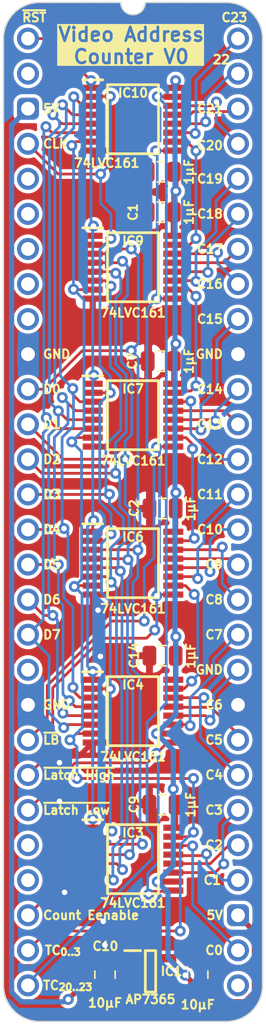
<source format=kicad_pcb>
(kicad_pcb (version 20221018) (generator pcbnew)
  (layers (0 "F.Cu" signal) (31 "B.Cu" signal) (34 "B.Paste" user) (35 "F.Paste" user) (36 "B.SilkS" user "B.Silkscreen") (37 "F.SilkS" user "F.Silkscreen") (38 "B.Mask" user) (39 "F.Mask" user) (44 "Edge.Cuts" user))
  (net 0 "")
  (net 1 "/3.3V")
  (net 2 "/GND")
  (net 3 "/5V")
  (net 5 "/CLK")
  (net 6 "/D0")
  (net 7 "/D1")
  (net 8 "/D2")
  (net 9 "/D3")
  (net 10 "/~{Latch Low}")
  (net 11 "/D4")
  (net 12 "/D5")
  (net 13 "/D6")
  (net 14 "/~{Reset}")
  (net 15 "/C3")
  (net 16 "/C2")
  (net 17 "/C1")
  (net 18 "/C0")
  (net 19 "/TC_{0..3}")
  (net 20 "/C7")
  (net 21 "/C6")
  (net 22 "/C5")
  (net 23 "/C4")
  (net 24 "/TC_{4..7}")
  (net 25 "/D7")
  (net 26 "/~{Latch High}")
  (net 27 "/~{Latch Bank}")
  (net 28 "/TC_{20..23}")
  (net 33 "/C11")
  (net 34 "/C10")
  (net 35 "/C9")
  (net 36 "/C8")
  (net 37 "/TC_{8..11}")
  (net 38 "/C15")
  (net 39 "/C14")
  (net 40 "/C13")
  (net 41 "/C12")
  (net 42 "/TC_{12..15}")
  (net 43 "/C19")
  (net 44 "/C18")
  (net 45 "/C17")
  (net 46 "/C16")
  (net 47 "/TC_{16..19}")
  (net 48 "/C20")
  (net 49 "/Count Enable")
  (net 50 "/C23")
  (net 51 "/C22")
  (net 52 "/C21")
  (footprint "SamacSys_Parts:DIP-56_Board_W15.24mm" (layer "F.Cu") (at 74.805 48.26)
    (fp_text reference "J1" hide)
    (fp_text value "Conn_02x32_Counter_Clockwise" hide)
    (fp_line (start -1.778 68.58) (end -1.778 0) (stroke (width 0.1)) (layer "Edge.Cuts"))
    (fp_line (start 6.731 -2.6162) (end 0.835732 -2.613732) (stroke (width 0.1)) (layer "Edge.Cuts"))
    (fp_line (start 14.404267 -2.613733) (end 8.509 -2.6162) (stroke (width 0.1)) (layer "Edge.Cuts"))
    (fp_line (start 14.404268 71.193732) (end 0.835733 71.193733) (stroke (width 0.1)) (layer "Edge.Cuts"))
    (fp_line (start 17.018 68.58) (end 17.017999 -0.000001) (stroke (width 0.1)) (layer "Edge.Cuts"))
    (fp_arc (start -1.778 0) (mid -1.012456 -1.848188) (end 0.835732 -2.613732) (stroke (width 0.1)) (layer "Edge.Cuts"))
    (fp_arc (start 0.835733 71.193733) (mid -1.012457 70.42819) (end -1.778 68.58) (stroke (width 0.1)) (layer "Edge.Cuts"))
    (fp_arc (start 8.509 -2.6162) (mid 7.62 -1.7272) (end 6.731 -2.6162) (stroke (width 0.1)) (layer "Edge.Cuts"))
    (fp_arc (start 14.404267 -2.613733) (mid 16.252453 -1.848189) (end 17.017999 -0.000001) (stroke (width 0.1)) (layer "Edge.Cuts"))
    (fp_arc (start 17.018 68.58) (mid 16.252456 70.428187) (end 14.404268 71.193732) (stroke (width 0.1)) (layer "Edge.Cuts"))
  )
  (footprint "SamacSys_Parts:C_0805" (layer "F.Cu") (at 80.393 116.078)
    (fp_text reference "C10")
    (fp_text value "10µF")
  )
  (footprint "SamacSys_Parts:SOP65P640X110-16N" (layer "F.Cu") (at 82.425 75.5396)
    (fp_text reference "IC7")
    (fp_text value "74LVC161PW,112" hide)
  )
  (footprint "SamacSys_Parts:SOT95P285X130-5N" (layer "F.Cu") (at 83.695 115.824)
    (fp_text reference "IC1")
    (fp_text value "AP7365-33WG-7" hide)
  )
  (footprint "SamacSys_Parts:C_0805" (layer "F.Cu") (at 84.457 60.833 90)
    (fp_text reference "C1")
    (fp_text value "1μF")
  )
  (footprint "SamacSys_Parts:C_0805" (layer "F.Cu") (at 84.584 82.296 90)
    (fp_text reference "C2")
    (fp_text value "1μF")
  )
  (footprint "SamacSys_Parts:C_0805" (layer "F.Cu") (at 84.457 71.628 90)
    (fp_text reference "C7")
    (fp_text value "1μF")
  )
  (footprint "SamacSys_Parts:SOP65P640X110-16N" (layer "F.Cu") (at 82.425 86.2584)
    (fp_text reference "IC6")
    (fp_text value "74LVC161PW,112" hide)
  )
  (footprint "SamacSys_Parts:SOP65P640X110-16N" (layer "F.Cu") (at 82.425 64.8208)
    (fp_text reference "IC9")
    (fp_text value "74LVC161PW,112" hide)
  )
  (footprint "SamacSys_Parts:C_0805" (layer "F.Cu") (at 84.457 57.912 90)
    (fp_text reference "C12" hide)
    (fp_text value "1μF")
  )
  (footprint "SamacSys_Parts:SOP65P640X110-16N" (layer "F.Cu") (at 82.425 96.9772)
    (fp_text reference "IC4")
    (fp_text value "74LVC161PW,112" hide)
  )
  (footprint "SamacSys_Parts:SOP65P640X110-16N" (layer "F.Cu") (at 82.425 107.696)
    (fp_text reference "IC3")
    (fp_text value "74LVC161PW,112" hide)
  )
  (footprint "SamacSys_Parts:SOP65P640X110-16N" (layer "F.Cu") (at 82.425 54.102)
    (fp_text reference "IC10")
    (fp_text value "74LVC161PW,112" hide)
  )
  (footprint "SamacSys_Parts:C_0805" (layer "F.Cu") (at 87.124 116.078)
    (fp_text reference "C11" hide)
    (fp_text value "10µF")
  )
  (footprint "SamacSys_Parts:C_0805" (layer "F.Cu") (at 84.584 92.964 90)
    (fp_text reference "C14")
    (fp_text value "1μF")
  )
  (footprint "SamacSys_Parts:C_0805" (layer "F.Cu") (at 84.584 103.759 90)
    (fp_text reference "C9")
    (fp_text value "1μF")
  )
  (gr_text "D2" (at 75.821 78.74) (layer "F.SilkS") (effects (font (size 0.635 0.635)) (justify left)))
  (gr_text "~{Latch Low}" (at 75.821 104.14) (layer "F.SilkS") (effects (font (size 0.635 0.635)) (justify left)))
  (gr_text "D7" (at 75.821 91.44) (layer "F.SilkS") (effects (font (size 0.635 0.635)) (justify left)))
  (gr_text "TC_{20..23}" (at 75.821 116.84) (layer "F.SilkS") (effects (font (size 0.635 0.635)) (justify left)))
  (gr_text "5V" (at 89.029 111.76) (layer "F.SilkS") (effects (font (size 0.635 0.635)) (justify right)))
  (gr_text "C12" (at 89.029 78.74) (layer "F.SilkS") (effects (font (size 0.635 0.635)) (justify right)))
  (gr_text "GND" (at 75.821 96.52) (layer "F.SilkS") (effects (font (size 0.635 0.635)) (justify left)))
  (gr_text "Count Eenable" (at 75.821 111.76) (layer "F.SilkS") (effects (font (size 0.635 0.635)) (justify left)))
  (gr_text "C19" (at 89.029 58.42) (layer "F.SilkS") (effects (font (size 0.635 0.635)) (justify right)))
  (gr_text "C13" (at 89.029 76.2) (layer "F.SilkS") (effects (font (size 0.635 0.635)) (justify right)))
  (gr_text "C20" (at 89.029 56.007) (layer "F.SilkS") (effects (font (size 0.635 0.635)) (justify right)))
  (gr_text "C0" (at 89.029 114.3) (layer "F.SilkS") (effects (font (size 0.635 0.635)) (justify right)))
  (gr_text "C5" (at 89.029 99.06) (layer "F.SilkS") (effects (font (size 0.635 0.635)) (justify right)))
  (gr_text "D0" (at 75.821 73.66) (layer "F.SilkS") (effects (font (size 0.635 0.635)) (justify left)))
  (gr_text "C7" (at 89.029 91.44) (layer "F.SilkS") (effects (font (size 0.635 0.635)) (justify right)))
  (gr_text "C8" (at 89.029 88.9) (layer "F.SilkS") (effects (font (size 0.635 0.635)) (justify right)))
  (gr_text "C14" (at 89.029 73.66) (layer "F.SilkS") (effects (font (size 0.635 0.635)) (justify right)))
  (gr_text "C23" (at 90.807 46.736) (layer "F.SilkS") (effects (font (size 0.635 0.635)) (justify right)))
  (gr_text "C21" (at 89.029 53.34) (layer "F.SilkS") (effects (font (size 0.635 0.635)) (justify right)))
  (gr_text "22" (at 89.537 49.784) (layer "F.SilkS") (effects (font (size 0.635 0.635)) (justify right)))
  (gr_text "TC_{0..3}" (at 75.948 114.3) (layer "F.SilkS") (effects (font (size 0.635 0.635)) (justify left)))
  (gr_text "Video Address\nCounter V0" (at 82.298 48.768) (layer "F.SilkS" knockout) (effects (font (size 1 1) (thickness 0.2) bold)))
  (gr_text "GND" (at 89.029 71.12) (layer "F.SilkS") (effects (font (size 0.635 0.635)) (justify right)))
  (gr_text "C15" (at 89.029 68.58) (layer "F.SilkS") (effects (font (size 0.635 0.635)) (justify right)))
  (gr_text "GND" (at 75.821 71.12) (layer "F.SilkS") (effects (font (size 0.635 0.635)) (justify left)))
  (gr_text "D5" (at 75.821 86.36) (layer "F.SilkS") (effects (font (size 0.635 0.635)) (justify left)))
  (gr_text "~{RST}" (at 74.297 46.736) (layer "F.SilkS") (effects (font (size 0.635 0.635)) (justify left)))
  (gr_text "D6" (at 75.821 88.9) (layer "F.SilkS") (effects (font (size 0.635 0.635)) (justify left)))
  (gr_text "C10" (at 89.029 83.82) (layer "F.SilkS") (effects (font (size 0.635 0.635)) (justify right)))
  (gr_text "C1" (at 88.902 109.22) (layer "F.SilkS") (effects (font (size 0.635 0.635)) (justify right)))
  (gr_text "C6" (at 89.029 96.52) (layer "F.SilkS") (effects (font (size 0.635 0.635)) (justify right)))
  (gr_text "D4" (at 75.821 83.82) (layer "F.SilkS") (effects (font (size 0.635 0.635)) (justify left)))
  (gr_text "5V" (at 75.821 53.34) (layer "F.SilkS") (effects (font (size 0.635 0.635)) (justify left)))
  (gr_text "~{LB}" (at 75.821 99.06) (layer "F.SilkS") (effects (font (size 0.635 0.635)) (justify left)))
  (gr_text "C18" (at 89.029 60.96) (layer "F.SilkS") (effects (font (size 0.635 0.635)) (justify right)))
  (gr_text "C4" (at 89.029 101.6) (layer "F.SilkS") (effects (font (size 0.635 0.635)) (justify right)))
  (gr_text "C11" (at 89.029 81.28) (layer "F.SilkS") (effects (font (size 0.635 0.635)) (justify right)))
  (gr_text "C16" (at 89.029 66.04) (layer "F.SilkS") (effects (font (size 0.635 0.635)) (justify right)))
  (gr_text "D1" (at 75.821 76.2) (layer "F.SilkS") (effects (font (size 0.635 0.635)) (justify left)))
  (gr_text "C9" (at 89.029 86.36) (layer "F.SilkS") (effects (font (size 0.635 0.635)) (justify right)))
  (gr_text "C17" (at 89.029 63.5) (layer "F.SilkS") (effects (font (size 0.635 0.635)) (justify right)))
  (gr_text "C2" (at 89.029 106.68) (layer "F.SilkS") (effects (font (size 0.635 0.635)) (justify right)))
  (gr_text "GND" (at 89.029 93.98) (layer "F.SilkS") (effects (font (size 0.635 0.635)) (justify right)))
  (gr_text "D3" (at 75.821 81.28) (layer "F.SilkS") (effects (font (size 0.635 0.635)) (justify left)))
  (gr_text "C3" (at 89.029 104.14) (layer "F.SilkS") (effects (font (size 0.635 0.635)) (justify right)))
  (gr_text "~{Latch High}" (at 75.821 101.6) (layer "F.SilkS") (effects (font (size 0.635 0.635)) (justify left)))
  (gr_text "CLK" (at 75.821 55.88) (layer "F.SilkS") (effects (font (size 0.635 0.635)) (justify left)))
  (segment (start 85.518 103.759) (end 85.518 105.253) (width 0.38) (layer "F.Cu") (net 1))
  (segment (start 85.391 73.2236) (end 85.35 73.2646) (width 0.38) (layer "F.Cu") (net 1))
  (segment (start 85.391 71.628) (end 85.391 73.2236) (width 0.38) (layer "F.Cu") (net 1))
  (segment (start 85.518 92.964) (end 85.518 94.5342) (width 0.38) (layer "F.Cu") (net 1))
  (segment (start 85.518 91.600455) (end 85.537869 91.580586) (width 0.38) (layer "F.Cu") (net 1))
  (segment (start 85.538 58.059) (end 85.391 57.912) (width 0.38) (layer "F.Cu") (net 1))
  (segment (start 85.518 51.659) (end 85.35 51.827) (width 0.38) (layer "F.Cu") (net 1))
  (segment (start 85.518 81.173) (end 85.538 81.153) (width 0.38) (layer "F.Cu") (net 1))
  (segment (start 84.995 114.883) (end 86.2125 116.1005) (width 0.38) (layer "F.Cu") (net 1))
  (segment (start 85.538 59.309) (end 85.538 58.059) (width 0.38) (layer "F.Cu") (net 1))
  (segment (start 85.391 60.833) (end 85.391 59.456) (width 0.38) (layer "F.Cu") (net 1))
  (segment (start 85.518 94.5342) (end 85.35 94.7022) (width 0.38) (layer "F.Cu") (net 1))
  (segment (start 84.146704 98.6022) (end 84.141 98.607904) (width 0.38) (layer "F.Cu") (net 1))
  (segment (start 85.35 98.6022) (end 84.146704 98.6022) (width 0.38) (layer "F.Cu") (net 1))
  (segment (start 84.189384 109.334126) (end 85.336874 109.334126) (width 0.38) (layer "F.Cu") (net 1))
  (segment (start 85.346 103.587) (end 85.346 102.616) (width 0.38) (layer "F.Cu") (net 1))
  (segment (start 85.518 82.296) (end 85.518 81.173) (width 0.38) (layer "F.Cu") (net 1))
  (segment (start 85.518 92.964) (end 85.518 91.600455) (width 0.38) (layer "F.Cu") (net 1))
  (segment (start 85.518 83.8154) (end 85.35 83.9834) (width 0.38) (layer "F.Cu") (net 1))
  (segment (start 85.518 82.296) (end 85.518 83.8154) (width 0.38) (layer "F.Cu") (net 1))
  (segment (start 85.391 60.833) (end 85.35 60.874) (width 0.38) (layer "F.Cu") (net 1))
  (segment (start 85.391 59.456) (end 85.538 59.309) (width 0.38) (layer "F.Cu") (net 1))
  (segment (start 85.518 105.253) (end 85.35 105.421) (width 0.38) (layer "F.Cu") (net 1))
  (segment (start 87.124 117.012) (end 86.2125 116.1005) (width 0.38) (layer "F.Cu") (net 1))
  (segment (start 85.35 60.874) (end 85.35 62.5458) (width 0.38) (layer "F.Cu") (net 1))
  (segment (start 85.391 71.628) (end 85.391 70.518311) (width 0.38) (layer "F.Cu") (net 1))
  (segment (start 85.391 70.518311) (end 85.538 70.371311) (width 0.38) (layer "F.Cu") (net 1))
  (via (at 85.346 102.616) (size 0.8) (drill 0.4) (layers "F.Cu" "B.Cu") (net 1))
  (via (at 85.538 81.153) (size 0.8) (drill 0.4) (layers "F.Cu" "B.Cu") (net 1))
  (via (at 85.518 51.308) (size 0.8) (drill 0.4) (layers "F.Cu" "B.Cu") (net 1))
  (via (at 86.2125 116.1005) (size 0.8) (drill 0.4) (layers "F.Cu" "B.Cu") (net 1))
  (via (at 84.141 98.607904) (size 0.8) (drill 0.4) (layers "F.Cu" "B.Cu") (net 1))
  (via (at 85.537869 91.580586) (size 0.8) (drill 0.4) (layers "F.Cu" "B.Cu") (net 1))
  (via (at 85.538 59.309) (size 0.8) (drill 0.4) (layers "F.Cu" "B.Cu") (net 1))
  (via (at 85.538 70.371311) (size 0.8) (drill 0.4) (layers "F.Cu" "B.Cu") (net 1))
  (via (at 84.189384 109.334126) (size 0.8) (drill 0.4) (layers "F.Cu" "B.Cu") (net 1))
  (segment (start 85.346 99.812904) (end 84.141 98.607904) (width 0.38) (layer "B.Cu") (net 1))
  (segment (start 85.346 102.616) (end 85.346 99.812904) (width 0.38) (layer "B.Cu") (net 1))
  (segment (start 85.473 81.088) (end 85.538 81.153) (width 0.38) (layer "B.Cu") (net 1))
  (segment (start 85.538 81.153) (end 85.472994 81.218006) (width 0.38) (layer "B.Cu") (net 1))
  (segment (start 85.473 59.244) (end 85.473 51.353) (width 0.38) (layer "B.Cu") (net 1))
  (segment (start 85.472994 91.515711) (end 85.537869 91.580586) (width 0.38) (layer "B.Cu") (net 1))
  (segment (start 84.189384 109.334126) (end 85.346 108.17751) (width 0.38) (layer "B.Cu") (net 1))
  (segment (start 84.189384 109.334126) (end 84.965 110.109742) (width 0.38) (layer "B.Cu") (net 1))
  (segment (start 84.965 114.853) (end 86.2125 116.1005) (width 0.38) (layer "B.Cu") (net 1))
  (segment (start 85.346 108.17751) (end 85.346 102.616) (width 0.38) (layer "B.Cu") (net 1))
  (segment (start 85.473 70.436311) (end 85.473 81.088) (width 0.38) (layer "B.Cu") (net 1))
  (segment (start 85.472994 81.218006) (end 85.472994 91.515711) (width 0.38) (layer "B.Cu") (net 1))
  (segment (start 85.537869 91.580586) (end 85.537869 97.211035) (width 0.38) (layer "B.Cu") (net 1))
  (segment (start 85.537869 97.211035) (end 84.141 98.607904) (width 0.38) (layer "B.Cu") (net 1))
  (segment (start 85.538 70.371311) (end 85.473 70.306311) (width 0.38) (layer "B.Cu") (net 1))
  (segment (start 85.473 51.353) (end 85.518 51.308) (width 0.38) (layer "B.Cu") (net 1))
  (segment (start 84.965 110.109742) (end 84.965 114.853) (width 0.38) (layer "B.Cu") (net 1))
  (segment (start 85.538 59.309) (end 85.473 59.244) (width 0.38) (layer "B.Cu") (net 1))
  (segment (start 85.473 59.374) (end 85.538 59.309) (width 0.38) (layer "B.Cu") (net 1))
  (segment (start 85.473 70.306311) (end 85.473 59.374) (width 0.38) (layer "B.Cu") (net 1))
  (segment (start 85.538 70.371311) (end 85.473 70.436311) (width 0.38) (layer "B.Cu") (net 1))
  (segment (start 73.615 95.33) (end 74.458518 96.173518) (width 0.38) (layer "F.Cu") (net 2))
  (segment (start 79.885 89.662) (end 85.727 89.662) (width 0.38) (layer "F.Cu") (net 2))
  (segment (start 74.805 71.12) (end 76.075 71.12) (width 0.38) (layer "F.Cu") (net 2))
  (segment (start 81.8772 67.0958) (end 79.5 67.0958) (width 0.38) (layer "F.Cu") (net 2))
  (segment (start 79.885 90.747036) (end 74.805 95.827036) (width 0.38) (layer "F.Cu") (net 2))
  (segment (start 83.618 82.296) (end 83.618 79.171) (width 0.38) (layer "F.Cu") (net 2))
  (segment (start 79.885 89.662) (end 79.885 90.747036) (width 0.38) (layer "F.Cu") (net 2))
  (segment (start 79.5 109.971) (end 79.5 111.437) (width 0.38) (layer "F.Cu") (net 2))
  (segment (start 80.393 115.112) (end 80.015 115.49) (width 0.38) (layer "F.Cu") (net 2))
  (segment (start 81.956 56.377) (end 79.5 56.377) (width 0.38) (layer "F.Cu") (net 2))
  (segment (start 83.364 103.505) (end 77.091 103.505) (width 0.38) (layer "F.Cu") (net 2))
  (segment (start 79.885 89.662) (end 79.504 89.281) (width 0.38) (layer "F.Cu") (net 2))
  (segment (start 81.205 115.112) (end 80.393 115.112) (width 0.38) (layer "F.Cu") (net 2))
  (segment (start 83.618 92.964) (end 80.11295 92.964) (width 0.38) (layer "F.Cu") (net 2))
  (segment (start 88.14 69.215) (end 84.838 69.215) (width 0.38) (layer "F.Cu") (net 2))
  (segment (start 83.618 79.171) (end 82.2616 77.8146) (width 0.38) (layer "F.Cu") (net 2))
  (segment (start 83.491 60.833) (end 83.618 60.96) (width 0.38) (layer "F.Cu") (net 2))
  (segment (start 74.805 95.827036) (end 74.805 96.52) (width 0.38) (layer "F.Cu") (net 2))
  (segment (start 76.075 71.12) (end 77.472 69.723) (width 0.38) (layer "F.Cu") (net 2))
  (segment (start 83.568 87.249) (end 83.568 82.346) (width 0.38) (layer "F.Cu") (net 2))
  (segment (start 80.015 115.49) (end 74.312085 115.49) (width 0.38) (layer "F.Cu") (net 2))
  (segment (start 84.034001 107.295675) (end 81.330324 109.999352) (width 0.38) (layer "F.Cu") (net 2))
  (segment (start 79.5 99.2522) (end 78.5212 100.231) (width 0.38) (layer "F.Cu") (net 2))
  (segment (start 81.8772 67.0958) (end 82.906 68.1246) (width 0.38) (layer "F.Cu") (net 2))
  (segment (start 83.491 57.912) (end 81.956 56.377) (width 0.38) (layer "F.Cu") (net 2))
  (segment (start 77.571002 100.231) (end 77.091 100.711002) (width 0.38) (layer "F.Cu") (net 2))
  (segment (start 79.504 89.281) (end 79.504 88.5374) (width 0.38) (layer "F.Cu") (net 2))
  (segment (start 74.805 71.12) (end 73.615 72.31) (width 0.38) (layer "F.Cu") (net 2))
  (segment (start 80.607009 113.704999) (end 80.393008 113.919) (width 0.38) (layer "F.Cu") (net 2))
  (segment (start 83.618 65.355) (end 81.8772 67.0958) (width 0.38) (layer "F.Cu") (net 2))
  (segment (start 77.472 69.723) (end 82.906 69.723) (width 0.38) (layer "F.Cu") (net 2))
  (segment (start 84.838 69.215) (end 83.618 70.435) (width 0.38) (layer "F.Cu") (net 2))
  (segment (start 79.5 88.5334) (end 82.2836 88.5334) (width 0.38) (layer "F.Cu") (net 2))
  (segment (start 82.395 115.824) (end 81.917 115.824) (width 0.38) (layer "F.Cu") (net 2))
  (segment (start 83.618 96.47) (end 83.618 92.964) (width 0.38) (layer "F.Cu") (net 2))
  (segment (start 82.2836 88.5334) (end 83.568 87.249) (width 0.38) (layer "F.Cu") (net 2))
  (segment (start 84.034001 104.175001) (end 84.034001 107.295675) (width 0.38) (layer "F.Cu") (net 2))
  (segment (start 78.5212 100.231) (end 77.571002 100.231) (width 0.38) (layer "F.Cu") (net 2))
  (segment (start 87.124 115.112) (end 85.716999 113.704999) (width 0.38) (layer "F.Cu") (net 2))
  (segment (start 83.618 70.435) (end 83.618 71.501) (width 0.38) (layer "F.Cu") (net 2))
  (segment (start 80.393 115.112) (end 80.393 113.919008) (width 0.38) (layer "F.Cu") (net 2))
  (segment (start 83.618 76.4582) (end 83.618 71.755) (width 0.38) (layer "F.Cu") (net 2))
  (segment (start 85.716999 113.704999) (end 80.607009 113.704999) (width 0.38) (layer "F.Cu") (net 2))
  (segment (start 82.2616 77.8146) (end 79.5 77.8146) (width 0.38) (layer "F.Cu") (net 2))
  (segment (start 77.58395 109.971) (end 77.455116 110.099834) (width 0.38) (layer "F.Cu") (net 2))
  (segment (start 80.8358 99.2522) (end 83.618 96.47) (width 0.38) (layer "F.Cu") (net 2))
  (segment (start 81.917 115.824) (end 81.205 115.112) (width 0.38) (layer "F.Cu") (net 2))
  (segment (start 80.393 113.919008) (end 80.393008 113.919) (width 0.38) (layer "F.Cu") (net 2))
  (segment (start 81.330324 109.999352) (end 79.528352 109.999352) (width 0.38) (layer "F.Cu") (net 2))
  (segment (start 80.11295 92.964) (end 80.062475 93.014475) (width 0.38) (layer "F.Cu") (net 2))
  (segment (start 73.535 97.79) (end 74.805 96.52) (width 0.38) (layer "F.Cu") (net 2))
  (segment (start 79.5 99.2522) (end 80.8358 99.2522) (width 0.38) (layer "F.Cu") (net 2))
  (segment (start 79.5 111.437) (end 80.266 112.203) (width 0.38) (layer "F.Cu") (net 2))
  (segment (start 73.615 72.31) (end 73.615 95.33) (width 0.38) (layer "F.Cu") (net 2))
  (segment (start 90.045 71.12) (end 88.14 69.215) (width 0.38) (layer "F.Cu") (net 2))
  (segment (start 79.5 109.971) (end 77.58395 109.971) (width 0.38) (layer "F.Cu") (net 2))
  (segment (start 74.312085 115.49) (end 73.535 114.712915) (width 0.38) (layer "F.Cu") (net 2))
  (segment (start 83.618 103.759) (end 84.034001 104.175001) (width 0.38) (layer "F.Cu") (net 2))
  (segment (start 73.535 114.712915) (end 73.535 97.79) (width 0.38) (layer "F.Cu") (net 2))
  (segment (start 82.2616 77.8146) (end 83.618 76.4582) (width 0.38) (layer "F.Cu") (net 2))
  (segment (start 83.618 60.96) (end 83.618 65.355) (width 0.38) (layer "F.Cu") (net 2))
  (segment (start 82.906 69.723) (end 83.618 70.435) (width 0.38) (layer "F.Cu") (net 2))
  (segment (start 82.906 68.1246) (end 82.906 69.723) (width 0.38) (layer "F.Cu") (net 2))
  (via (at 80.266 112.203) (size 0.8) (drill 0.4) (layers "F.Cu" "B.Cu") (net 2))
  (via (at 77.091 103.505) (size 0.8) (drill 0.4) (layers "F.Cu" "B.Cu") (net 2))
  (via (at 79.885 89.662) (size 0.8) (drill 0.4) (layers "F.Cu" "B.Cu") (net 2))
  (via (at 77.455116 110.099834) (size 0.8) (drill 0.4) (layers "F.Cu" "B.Cu") (net 2))
  (via (at 77.091 100.711002) (size 0.8) (drill 0.4) (layers "F.Cu" "B.Cu") (net 2))
  (via (at 80.062475 93.014475) (size 0.8) (drill 0.4) (layers "F.Cu" "B.Cu") (net 2))
  (via (at 80.393008 113.919) (size 0.8) (drill 0.4) (layers "F.Cu" "B.Cu") (net 2))
  (segment (start 77.091 103.505) (end 77.091 100.711002) (width 0.38) (layer "B.Cu") (net 2))
  (segment (start 90.045 71.12) (end 91.235 72.31) (width 0.38) (layer "B.Cu") (net 2))
  (segment (start 77.091 103.505) (end 77.091 109.735718) (width 0.38) (layer "B.Cu") (net 2))
  (segment (start 77.091 109.735718) (end 77.455116 110.099834) (width 0.38) (layer "B.Cu") (net 2))
  (segment (start 80.266 113.791992) (end 80.393008 113.919) (width 0.38) (layer "B.Cu") (net 2))
  (segment (start 91.235 95.33) (end 90.045 96.52) (width 0.38) (layer "B.Cu") (net 2))
  (segment (start 79.885 89.662) (end 79.885 92.837) (width 0.38) (layer "B.Cu") (net 2))
  (segment (start 79.885 92.837) (end 80.062475 93.014475) (width 0.38) (layer "B.Cu") (net 2))
  (segment (start 91.235 72.31) (end 91.235 95.33) (width 0.38) (layer "B.Cu") (net 2))
  (segment (start 80.266 112.203) (end 80.266 113.791992) (width 0.38) (layer "B.Cu") (net 2))
  (segment (start 90.537915 118.03) (end 81.411 118.03) (width 0.38) (layer "F.Cu") (net 3))
  (segment (start 82.395 116.774) (end 80.631 116.774) (width 0.38) (layer "F.Cu") (net 3))
  (segment (start 83.1 114.874) (end 83.36 115.134) (width 0.38) (layer "F.Cu") (net 3))
  (segment (start 91.235 117.332915) (end 90.537915 118.03) (width 0.38) (layer "F.Cu") (net 3))
  (segment (start 91.235 112.95) (end 91.235 117.332915) (width 0.38) (layer "F.Cu") (net 3))
  (segment (start 78.57 117.012) (end 77.726 117.856) (width 0.38) (layer "F.Cu") (net 3))
  (segment (start 83.1 116.774) (end 82.395 116.774) (width 0.38) (layer "F.Cu") (net 3))
  (segment (start 83.36 116.514) (end 83.1 116.774) (width 0.38) (layer "F.Cu") (net 3))
  (segment (start 83.36 115.134) (end 83.36 116.514) (width 0.38) (layer "F.Cu") (net 3))
  (segment (start 90.045 111.76) (end 91.235 112.95) (width 0.38) (layer "F.Cu") (net 3))
  (segment (start 81.411 118.03) (end 80.393 117.012) (width 0.38) (layer "F.Cu") (net 3))
  (segment (start 82.395 114.874) (end 83.1 114.874) (width 0.38) (layer "F.Cu") (net 3))
  (segment (start 80.393 117.012) (end 78.57 117.012) (width 0.38) (layer "F.Cu") (net 3))
  (via (at 77.726 117.856) (size 0.8) (drill 0.4) (layers "F.Cu" "B.Cu") (net 3))
  (segment (start 73.615 54.53) (end 73.615 117.332915) (width 0.38) (layer "B.Cu") (net 3))
  (segment (start 77.552 118.03) (end 77.726 117.856) (width 0.38) (layer "B.Cu") (net 3))
  (segment (start 74.805 53.34) (end 73.615 54.53) (width 0.38) (layer "B.Cu") (net 3))
  (segment (start 74.312085 118.03) (end 77.552 118.03) (width 0.38) (layer "B.Cu") (net 3))
  (segment (start 73.615 117.332915) (end 74.312085 118.03) (width 0.38) (layer "B.Cu") (net 3))
  (segment (start 80.824502 62.738) (end 80.366702 63.1958) (width 0.2) (layer "F.Cu") (net 5))
  (segment (start 80.366702 63.1958) (end 79.5 63.1958) (width 0.2) (layer "F.Cu") (net 5))
  (segment (start 80.7734 73.9146) (end 80.774 73.914) (width 0.2) (layer "F.Cu") (net 5))
  (segment (start 74.805 55.88) (end 76.997699 58.072699) (width 0.2) (layer "F.Cu") (net 5))
  (segment (start 80.774 52.451) (end 79.526 52.451) (width 0.2) (layer "F.Cu") (net 5))
  (segment (start 79.5 95.3522) (end 80.761523 95.3522) (width 0.2) (layer "F.Cu") (net 5))
  (segment (start 80.761523 95.3522) (end 80.773996 95.364673) (width 0.2) (layer "F.Cu") (net 5))
  (segment (start 76.997699 58.072699) (end 80.077 58.072699) (width 0.2) (layer "F.Cu") (net 5))
  (segment (start 79.5 73.9146) (end 80.7734 73.9146) (width 0.2) (layer "F.Cu") (net 5))
  (segment (start 79.5 84.6334) (end 80.340918 84.6334) (width 0.2) (layer "F.Cu") (net 5))
  (segment (start 79.5 106.071) (end 80.494 106.071) (width 0.2) (layer "F.Cu") (net 5))
  (segment (start 80.340918 84.6334) (end 80.831646 84.142672) (width 0.2) (layer "F.Cu") (net 5))
  (segment (start 80.494 106.071) (end 80.901 105.664) (width 0.2) (layer "F.Cu") (net 5))
  (via (at 80.824502 62.738) (size 0.8) (drill 0.4) (layers "F.Cu" "B.Cu") (net 5))
  (via (at 80.077 58.072699) (size 0.8) (drill 0.4) (layers "F.Cu" "B.Cu") (net 5))
  (via (at 80.774 73.914) (size 0.8) (drill 0.4) (layers "F.Cu" "B.Cu") (net 5))
  (via (at 80.831646 84.142672) (size 0.8) (drill 0.4) (layers "F.Cu" "B.Cu") (net 5))
  (via (at 80.901 105.664) (size 0.8) (drill 0.4) (layers "F.Cu" "B.Cu") (net 5))
  (via (at 80.773996 95.364673) (size 0.8) (drill 0.4) (layers "F.Cu" "B.Cu") (net 5))
  (via (at 80.774 52.451) (size 0.8) (drill 0.4) (layers "F.Cu" "B.Cu") (net 5))
  (segment (start 80.031 71.970314) (end 80.031 63.531502) (width 0.2) (layer "B.Cu") (net 5))
  (segment (start 80.774 57.375699) (end 80.077 58.072699) (width 0.2) (layer "B.Cu") (net 5))
  (segment (start 80.824502 62.738) (end 80.824502 60.952816) (width 0.2) (layer "B.Cu") (net 5))
  (segment (start 80.774 73.914) (end 80.012 74.676) (width 0.2) (layer "B.Cu") (net 5))
  (segment (start 80.774 52.451) (end 80.774 57.375699) (width 0.2) (layer "B.Cu") (net 5))
  (segment (start 80.012 74.676) (end 80.012 81.834056) (width 0.2) (layer "B.Cu") (net 5))
  (segment (start 80.077 60.205314) (end 80.077 58.072699) (width 0.2) (layer "B.Cu") (net 5))
  (segment (start 80.831646 82.653702) (end 80.831646 84.142672) (width 0.2) (layer "B.Cu") (net 5))
  (segment (start 80.139 84.835318) (end 80.831646 84.142672) (width 0.2) (layer "B.Cu") (net 5))
  (segment (start 80.773996 105.536996) (end 80.901 105.664) (width 0.2) (layer "B.Cu") (net 5))
  (segment (start 80.031 63.531502) (end 80.824502 62.738) (width 0.2) (layer "B.Cu") (net 5))
  (segment (start 80.773996 95.364673) (end 80.773996 105.536996) (width 0.2) (layer "B.Cu") (net 5))
  (segment (start 80.139 88.392) (end 80.139 84.835318) (width 0.2) (layer "B.Cu") (net 5))
  (segment (start 80.012 81.834056) (end 80.831646 82.653702) (width 0.2) (layer "B.Cu") (net 5))
  (segment (start 80.774 72.713314) (end 80.031 71.970314) (width 0.2) (layer "B.Cu") (net 5))
  (segment (start 80.773996 95.364673) (end 80.773996 89.026996) (width 0.2) (layer "B.Cu") (net 5))
  (segment (start 80.824502 60.952816) (end 80.077 60.205314) (width 0.2) (layer "B.Cu") (net 5))
  (segment (start 80.773996 89.026996) (end 80.139 88.392) (width 0.2) (layer "B.Cu") (net 5))
  (segment (start 80.774 73.914) (end 80.774 72.713314) (width 0.2) (layer "B.Cu") (net 5))
  (segment (start 80.425 106.721) (end 80.53035 106.61565) (width 0.2) (layer "F.Cu") (net 6))
  (segment (start 75.948 73.66) (end 78.742 70.866) (width 0.2) (layer "F.Cu") (net 6))
  (segment (start 78.742 70.866) (end 82.298 70.866) (width 0.2) (layer "F.Cu") (net 6))
  (segment (start 79.5 106.721) (end 80.425 106.721) (width 0.2) (layer "F.Cu") (net 6))
  (segment (start 79.5 85.2834) (end 82.75381 85.2834) (width 0.2) (layer "F.Cu") (net 6))
  (segment (start 74.805 73.66) (end 75.948 73.66) (width 0.2) (layer "F.Cu") (net 6))
  (segment (start 80.7708 63.5) (end 80.774 63.5) (width 0.2) (layer "F.Cu") (net 6))
  (segment (start 82.75381 85.2834) (end 82.778 85.30759) (width 0.2) (layer "F.Cu") (net 6))
  (segment (start 80.425 63.8458) (end 80.7708 63.5) (width 0.2) (layer "F.Cu") (net 6))
  (segment (start 80.53035 106.61565) (end 83.10601 106.61565) (width 0.2) (layer "F.Cu") (net 6))
  (segment (start 79.5 63.8458) (end 80.425 63.8458) (width 0.2) (layer "F.Cu") (net 6))
  (segment (start 80.774 63.5) (end 82.298 63.5) (width 0.2) (layer "F.Cu") (net 6))
  (via (at 82.778 85.30759) (size 0.8) (drill 0.4) (layers "F.Cu" "B.Cu") (net 6))
  (via (at 82.298 70.866) (size 0.8) (drill 0.4) (layers "F.Cu" "B.Cu") (net 6))
  (via (at 82.298 63.5) (size 0.8) (drill 0.4) (layers "F.Cu" "B.Cu") (net 6))
  (via (at 83.10601 106.61565) (size 0.8) (drill 0.4) (layers "F.Cu" "B.Cu") (net 6))
  (segment (start 82.787 71.355) (end 82.787 82.277) (width 0.2) (layer "B.Cu") (net 6))
  (segment (start 82.933 85.15259) (end 82.778 85.30759) (width 0.2) (layer "B.Cu") (net 6))
  (segment (start 82.778 87.277) (end 82.778 85.30759) (width 0.2) (layer "B.Cu") (net 6))
  (segment (start 82.806 64.008) (end 82.806 70.358) (width 0.2) (layer "B.Cu") (net 6))
  (segment (start 82.298 63.5) (end 82.806 64.008) (width 0.2) (layer "B.Cu") (net 6))
  (segment (start 82.806 70.358) (end 82.298 70.866) (width 0.2) (layer "B.Cu") (net 6))
  (segment (start 82.933002 106.442642) (end 82.933002 94.488002) (width 0.2) (layer "B.Cu") (net 6))
  (segment (start 82.298 70.866) (end 82.787 71.355) (width 0.2) (layer "B.Cu") (net 6))
  (segment (start 82.933002 94.488002) (end 82.425 93.98) (width 0.2) (layer "B.Cu") (net 6))
  (segment (start 82.787 82.277) (end 82.933 82.423) (width 0.2) (layer "B.Cu") (net 6))
  (segment (start 82.933 82.423) (end 82.933 85.15259) (width 0.2) (layer "B.Cu") (net 6))
  (segment (start 82.425 87.63) (end 82.778 87.277) (width 0.2) (layer "B.Cu") (net 6))
  (segment (start 83.10601 106.61565) (end 82.933002 106.442642) (width 0.2) (layer "B.Cu") (net 6))
  (segment (start 82.425 93.98) (end 82.425 87.63) (width 0.2) (layer "B.Cu") (net 6))
  (segment (start 74.805 76.2) (end 77.337402 78.732402) (width 0.2) (layer "F.Cu") (net 7))
  (segment (start 79.5 64.4958) (end 81.556218 64.4958) (width 0.2) (layer "F.Cu") (net 7))
  (segment (start 79.5 107.371) (end 82.171 107.371) (width 0.2) (layer "F.Cu") (net 7))
  (segment (start 79.5 85.9334) (end 81.989735 85.9334) (width 0.2) (layer "F.Cu") (net 7))
  (segment (start 81.989735 85.9334) (end 82.060933 86.004598) (width 0.2) (layer "F.Cu") (net 7))
  (segment (start 77.337402 78.732402) (end 81.858 78.732402) (width 0.2) (layer "F.Cu") (net 7))
  (segment (start 81.556218 64.4958) (end 81.663 64.389018) (width 0.2) (layer "F.Cu") (net 7))
  (via (at 81.663 64.389018) (size 0.8) (drill 0.4) (layers "F.Cu" "B.Cu") (net 7))
  (via (at 81.858 78.732402) (size 0.8) (drill 0.4) (layers "F.Cu" "B.Cu") (net 7))
  (via (at 82.171 107.371) (size 0.8) (drill 0.4) (layers "F.Cu" "B.Cu") (net 7))
  (via (at 82.060933 86.004598) (size 0.8) (drill 0.4) (layers "F.Cu" "B.Cu") (net 7))
  (segment (start 82.025 94.145685) (end 82.025 87.464314) (width 0.2) (layer "B.Cu") (net 7))
  (segment (start 82.533 82.658) (end 82.533 84.56264) (width 0.2) (layer "B.Cu") (net 7))
  (segment (start 82.171 107.371) (end 82.406 107.136) (width 0.2) (layer "B.Cu") (net 7))
  (segment (start 81.663 64.389018) (end 82.025 64.751018) (width 0.2) (layer "B.Cu") (net 7))
  (segment (start 82.336 72.43963) (end 82.336 76.935629) (width 0.2) (layer "B.Cu") (net 7))
  (segment (start 82.406 94.526686) (end 82.025 94.145685) (width 0.2) (layer "B.Cu") (net 7))
  (segment (start 82.336 76.935629) (end 81.858 77.413629) (width 0.2) (layer "B.Cu") (net 7))
  (segment (start 82.533 84.56264) (end 82.060933 85.034707) (width 0.2) (layer "B.Cu") (net 7))
  (segment (start 81.858 81.983) (end 82.533 82.658) (width 0.2) (layer "B.Cu") (net 7))
  (segment (start 82.060933 85.034707) (end 82.060933 86.004598) (width 0.2) (layer "B.Cu") (net 7))
  (segment (start 81.858 78.732402) (end 81.858 81.983) (width 0.2) (layer "B.Cu") (net 7))
  (segment (start 82.025 66.890314) (end 81.574 67.341314) (width 0.2) (layer "B.Cu") (net 7))
  (segment (start 82.406 107.136) (end 82.406 94.526686) (width 0.2) (layer "B.Cu") (net 7))
  (segment (start 81.574 71.677628) (end 82.336 72.43963) (width 0.2) (layer "B.Cu") (net 7))
  (segment (start 82.298 87.191314) (end 82.298 86.241665) (width 0.2) (layer "B.Cu") (net 7))
  (segment (start 82.298 86.241665) (end 82.060933 86.004598) (width 0.2) (layer "B.Cu") (net 7))
  (segment (start 81.574 67.341314) (end 81.574 71.677628) (width 0.2) (layer "B.Cu") (net 7))
  (segment (start 82.025 64.751018) (end 82.025 66.890314) (width 0.2) (layer "B.Cu") (net 7))
  (segment (start 82.025 87.464314) (end 82.298 87.191314) (width 0.2) (layer "B.Cu") (net 7))
  (segment (start 81.858 77.413629) (end 81.858 78.732402) (width 0.2) (layer "B.Cu") (net 7))
  (segment (start 79.5 65.1458) (end 81.057243 65.1458) (width 0.2) (layer "F.Cu") (net 8))
  (segment (start 81.057243 65.1458) (end 81.171094 65.259651) (width 0.2) (layer "F.Cu") (net 8))
  (segment (start 79.5 86.5834) (end 81.252488 86.5834) (width 0.2) (layer "F.Cu") (net 8))
  (segment (start 75.812039 79.747039) (end 81.158 79.747039) (width 0.2) (layer "F.Cu") (net 8))
  (segment (start 81.252488 86.5834) (end 81.504747 86.835659) (width 0.2) (layer "F.Cu") (net 8))
  (segment (start 81.226 108.021) (end 81.663 108.458) (width 0.2) (layer "F.Cu") (net 8))
  (segment (start 79.5 108.021) (end 81.226 108.021) (width 0.2) (layer "F.Cu") (net 8))
  (segment (start 74.805 78.74) (end 75.812039 79.747039) (width 0.2) (layer "F.Cu") (net 8))
  (via (at 81.663 108.458) (size 0.8) (drill 0.4) (layers "F.Cu" "B.Cu") (net 8))
  (via (at 81.158 79.747039) (size 0.8) (drill 0.4) (layers "F.Cu" "B.Cu") (net 8))
  (via (at 81.504747 86.835659) (size 0.8) (drill 0.4) (layers "F.Cu" "B.Cu") (net 8))
  (via (at 81.171094 65.259651) (size 0.8) (drill 0.4) (layers "F.Cu" "B.Cu") (net 8))
  (segment (start 82.006 94.692371) (end 81.625 94.311372) (width 0.2) (layer "B.Cu") (net 8))
  (segment (start 82.006 106.394686) (end 82.006 94.692371) (width 0.2) (layer "B.Cu") (net 8))
  (segment (start 81.174 71.843314) (end 81.936 72.605315) (width 0.2) (layer "B.Cu") (net 8))
  (segment (start 81.174 67.048628) (end 81.174 71.843314) (width 0.2) (layer "B.Cu") (net 8))
  (segment (start 81.936 72.605315) (end 81.936 76.769943) (width 0.2) (layer "B.Cu") (net 8))
  (segment (start 81.625 86.955912) (end 81.504747 86.835659) (width 0.2) (layer "B.Cu") (net 8))
  (segment (start 81.471 108.266) (end 81.471 106.929686) (width 0.2) (layer "B.Cu") (net 8))
  (segment (start 81.344 85.185955) (end 81.344 86.674912) (width 0.2) (layer "B.Cu") (net 8))
  (segment (start 81.936 76.769943) (end 81.158 77.547943) (width 0.2) (layer "B.Cu") (net 8))
  (segment (start 81.458 80.047039) (end 81.458 82.148686) (width 0.2) (layer "B.Cu") (net 8))
  (segment (start 81.158 79.747039) (end 81.458 80.047039) (width 0.2) (layer "B.Cu") (net 8))
  (segment (start 82.133 84.396955) (end 81.344 85.185955) (width 0.2) (layer "B.Cu") (net 8))
  (segment (start 81.458 82.148686) (end 82.133 82.823686) (width 0.2) (layer "B.Cu") (net 8))
  (segment (start 81.158 77.547943) (end 81.158 79.747039) (width 0.2) (layer "B.Cu") (net 8))
  (segment (start 81.471 106.929686) (end 82.006 106.394686) (width 0.2) (layer "B.Cu") (net 8))
  (segment (start 82.133 82.823686) (end 82.133 84.396955) (width 0.2) (layer "B.Cu") (net 8))
  (segment (start 81.536 65.624557) (end 81.536 66.686628) (width 0.2) (layer "B.Cu") (net 8))
  (segment (start 81.536 66.686628) (end 81.174 67.048628) (width 0.2) (layer "B.Cu") (net 8))
  (segment (start 81.171094 65.259651) (end 81.536 65.624557) (width 0.2) (layer "B.Cu") (net 8))
  (segment (start 81.663 108.458) (end 81.471 108.266) (width 0.2) (layer "B.Cu") (net 8))
  (segment (start 81.344 86.674912) (end 81.504747 86.835659) (width 0.2) (layer "B.Cu") (net 8))
  (segment (start 81.625 94.311372) (end 81.625 86.955912) (width 0.2) (layer "B.Cu") (net 8))
  (segment (start 80.696328 81.28) (end 80.712 81.264328) (width 0.2) (layer "F.Cu") (net 9))
  (segment (start 74.805 81.28) (end 80.696328 81.28) (width 0.2) (layer "F.Cu") (net 9))
  (segment (start 79.5 87.2334) (end 80.4424 87.2334) (width 0.2) (layer "F.Cu") (net 9))
  (segment (start 80.422362 65.7958) (end 80.824073 66.197511) (width 0.2) (layer "F.Cu") (net 9))
  (segment (start 79.5 65.7958) (end 80.422362 65.7958) (width 0.2) (layer "F.Cu") (net 9))
  (segment (start 79.5 108.671) (end 80.464743 108.671) (width 0.2) (layer "F.Cu") (net 9))
  (segment (start 80.4424 87.2334) (end 80.839 87.63) (width 0.2) (layer "F.Cu") (net 9))
  (segment (start 80.464743 108.671) (end 81.003095 109.209352) (width 0.2) (layer "F.Cu") (net 9))
  (via (at 80.824073 66.197511) (size 0.8) (drill 0.4) (layers "F.Cu" "B.Cu") (net 9))
  (via (at 80.839 87.63) (size 0.8) (drill 0.4) (layers "F.Cu" "B.Cu") (net 9))
  (via (at 81.003095 109.209352) (size 0.8) (drill 0.4) (layers "F.Cu" "B.Cu") (net 9))
  (via (at 80.712 81.264328) (size 0.8) (drill 0.4) (layers "F.Cu" "B.Cu") (net 9))
  (segment (start 80.962998 106.872002) (end 80.962998 109.169255) (width 0.2) (layer "B.Cu") (net 9))
  (segment (start 80.804747 87.595747) (end 80.839 87.63) (width 0.2) (layer "B.Cu") (net 9))
  (segment (start 80.712 81.264328) (end 80.712 81.968372) (width 0.2) (layer "B.Cu") (net 9))
  (segment (start 81.536 76.604259) (end 80.458 77.682259) (width 0.2) (layer "B.Cu") (net 9))
  (segment (start 80.962998 109.169255) (end 81.003095 109.209352) (width 0.2) (layer "B.Cu") (net 9))
  (segment (start 80.824073 66.197511) (end 80.774 66.247584) (width 0.2) (layer "B.Cu") (net 9))
  (segment (start 81.225001 94.477058) (end 81.606 94.858056) (width 0.2) (layer "B.Cu") (net 9))
  (segment (start 80.804747 85.159522) (end 80.804747 87.595747) (width 0.2) (layer "B.Cu") (net 9))
  (segment (start 80.774 66.247584) (end 80.774 72.009) (width 0.2) (layer "B.Cu") (net 9))
  (segment (start 80.774 72.009) (end 81.536 72.771) (width 0.2) (layer "B.Cu") (net 9))
  (segment (start 81.733 82.989372) (end 81.733 84.231269) (width 0.2) (layer "B.Cu") (net 9))
  (segment (start 80.839 87.63) (end 81.225 88.016) (width 0.2) (layer "B.Cu") (net 9))
  (segment (start 81.225 88.016) (end 81.225001 94.477058) (width 0.2) (layer "B.Cu") (net 9))
  (segment (start 80.458 77.682259) (end 80.458 81.010328) (width 0.2) (layer "B.Cu") (net 9))
  (segment (start 80.458 81.010328) (end 80.712 81.264328) (width 0.2) (layer "B.Cu") (net 9))
  (segment (start 81.733 84.231269) (end 80.804747 85.159522) (width 0.2) (layer "B.Cu") (net 9))
  (segment (start 81.606 106.229) (end 80.962998 106.872002) (width 0.2) (layer "B.Cu") (net 9))
  (segment (start 80.712 81.968372) (end 81.733 82.989372) (width 0.2) (layer "B.Cu") (net 9))
  (segment (start 81.536 72.771) (end 81.536 76.604259) (width 0.2) (layer "B.Cu") (net 9))
  (segment (start 81.606 94.858056) (end 81.606 106.229) (width 0.2) (layer "B.Cu") (net 9))
  (segment (start 84.531874 110.034126) (end 83.769874 110.034126) (width 0.2) (layer "F.Cu") (net 10))
  (segment (start 84.922119 99.2522) (end 84.141 100.033319) (width 0.2) (layer "F.Cu") (net 10))
  (segment (start 83.769874 110.034126) (end 83.568 110.236) (width 0.2) (layer "F.Cu") (net 10))
  (segment (start 84.711 109.855) (end 84.531874 110.034126) (width 0.2) (layer "F.Cu") (net 10))
  (segment (start 84.827 109.971) (end 84.711 109.855) (width 0.2) (layer "F.Cu") (net 10))
  (segment (start 83.453319 100.721) (end 84.141 100.033319) (width 0.2) (layer "F.Cu") (net 10))
  (segment (start 74.805 104.14) (end 78.224 100.721) (width 0.2) (layer "F.Cu") (net 10))
  (segment (start 78.224 100.721) (end 83.453319 100.721) (width 0.2) (layer "F.Cu") (net 10))
  (via (at 84.141 100.033319) (size 0.8) (drill 0.4) (layers "F.Cu" "B.Cu") (net 10))
  (via (at 83.568 110.236) (size 0.8) (drill 0.4) (layers "F.Cu" "B.Cu") (net 10))
  (segment (start 83.489384 108.721302) (end 84.253936 107.95675) (width 0.2) (layer "B.Cu") (net 10))
  (segment (start 84.253936 107.95675) (end 84.253936 100.146255) (width 0.2) (layer "B.Cu") (net 10))
  (segment (start 83.568 110.236) (end 83.489384 110.157384) (width 0.2) (layer "B.Cu") (net 10))
  (segment (start 83.489384 110.157384) (end 83.489384 108.721302) (width 0.2) (layer "B.Cu") (net 10))
  (segment (start 84.253936 100.146255) (end 84.141 100.033319) (width 0.2) (layer "B.Cu") (net 10))
  (segment (start 78.057922 74.047522) (end 78.057922 73.610922) (width 0.2) (layer "F.Cu") (net 11))
  (segment (start 77.348364 83.82) (end 77.417981 83.750383) (width 0.2) (layer "F.Cu") (net 11))
  (segment (start 78.575 74.5646) (end 78.057922 74.047522) (width 0.2) (layer "F.Cu") (net 11))
  (segment (start 79.5 53.127) (end 78.772896 53.127) (width 0.2) (layer "F.Cu") (net 11))
  (segment (start 78.575 96.0022) (end 78.066038 95.493238) (width 0.2) (layer "F.Cu") (net 11))
  (segment (start 78.772896 53.127) (end 78.124185 52.478289) (width 0.2) (layer "F.Cu") (net 11))
  (segment (start 74.805 83.82) (end 77.348364 83.82) (width 0.2) (layer "F.Cu") (net 11))
  (segment (start 79.5 96.0022) (end 78.575 96.0022) (width 0.2) (layer "F.Cu") (net 11))
  (segment (start 78.066038 95.493238) (end 78.066038 95.253168) (width 0.2) (layer "F.Cu") (net 11))
  (segment (start 79.5 74.5646) (end 78.575 74.5646) (width 0.2) (layer "F.Cu") (net 11))
  (via (at 78.066038 95.253168) (size 0.8) (drill 0.4) (layers "F.Cu" "B.Cu") (net 11))
  (via (at 78.057922 73.610922) (size 0.8) (drill 0.4) (layers "F.Cu" "B.Cu") (net 11))
  (via (at 78.124185 52.478289) (size 0.8) (drill 0.4) (layers "F.Cu" "B.Cu") (net 11))
  (via (at 77.417981 83.750383) (size 0.8) (drill 0.4) (layers "F.Cu" "B.Cu") (net 11))
  (segment (start 77.153 55.71705) (end 78.124185 54.745865) (width 0.2) (layer "B.Cu") (net 11))
  (segment (start 78.107 73.66) (end 78.057922 73.610922) (width 0.2) (layer "B.Cu") (net 11))
  (segment (start 77.417981 83.750383) (end 77.705002 84.037404) (width 0.2) (layer "B.Cu") (net 11))
  (segment (start 77.153 72.706) (end 77.153 55.71705) (width 0.2) (layer "B.Cu") (net 11))
  (segment (start 78.057922 73.610922) (end 77.153 72.706) (width 0.2) (layer "B.Cu") (net 11))
  (segment (start 78.107 76.327) (end 78.107 73.66) (width 0.2) (layer "B.Cu") (net 11))
  (segment (start 77.705002 84.037404) (end 77.705002 86.64995) (width 0.2) (layer "B.Cu") (net 11))
  (segment (start 77.40701 88.765696) (end 78.066038 89.424724) (width 0.2) (layer "B.Cu") (net 11))
  (segment (start 77.705002 86.64995) (end 77.40701 86.94794) (width 0.2) (layer "B.Cu") (net 11))
  (segment (start 78.066038 89.424724) (end 78.066038 95.253168) (width 0.2) (layer "B.Cu") (net 11))
  (segment (start 78.124185 54.745865) (end 78.124185 52.478289) (width 0.2) (layer "B.Cu") (net 11))
  (segment (start 77.40701 86.94794) (end 77.40701 88.765696) (width 0.2) (layer "B.Cu") (net 11))
  (segment (start 77.28 83.612402) (end 77.28 77.154) (width 0.2) (layer "B.Cu") (net 11))
  (segment (start 77.417981 83.750383) (end 77.28 83.612402) (width 0.2) (layer "B.Cu") (net 11))
  (segment (start 77.28 77.154) (end 78.107 76.327) (width 0.2) (layer "B.Cu") (net 11))
  (segment (start 78.028841 53.777) (end 77.308182 53.056341) (width 0.2) (layer "F.Cu") (net 12))
  (segment (start 78.24804 75.2146) (end 77.29477 74.26133) (width 0.2) (layer "F.Cu") (net 12))
  (segment (start 74.805 86.36) (end 77.005002 86.36) (width 0.2) (layer "F.Cu") (net 12))
  (segment (start 78.23505 96.6522) (end 77.803003 96.220153) (width 0.2) (layer "F.Cu") (net 12))
  (segment (start 79.5 75.2146) (end 78.24804 75.2146) (width 0.2) (layer "F.Cu") (net 12))
  (segment (start 79.5 96.6522) (end 78.23505 96.6522) (width 0.2) (layer "F.Cu") (net 12))
  (segment (start 79.5 53.777) (end 78.028841 53.777) (width 0.2) (layer "F.Cu") (net 12))
  (via (at 77.005002 86.36) (size 0.8) (drill 0.4) (layers "F.Cu" "B.Cu") (net 12))
  (via (at 77.308182 53.056341) (size 0.8) (drill 0.4) (layers "F.Cu" "B.Cu") (net 12))
  (via (at 77.29477 74.26133) (size 0.8) (drill 0.4) (layers "F.Cu" "B.Cu") (net 12))
  (via (at 77.803003 96.220153) (size 0.8) (drill 0.4) (layers "F.Cu" "B.Cu") (net 12))
  (segment (start 77.29477 74.26133) (end 76.753 73.71956) (width 0.2) (layer "B.Cu") (net 12))
  (segment (start 77.707 76.161314) (end 77.707 74.67356) (width 0.2) (layer "B.Cu") (net 12))
  (segment (start 77.707 74.67356) (end 77.29477 74.26133) (width 0.2) (layer "B.Cu") (net 12))
  (segment (start 77.342 89.266372) (end 77.342 95.75915) (width 0.2) (layer "B.Cu") (net 12))
  (segment (start 77.342 95.75915) (end 77.803003 96.220153) (width 0.2) (layer "B.Cu") (net 12))
  (segment (start 77.005002 88.929374) (end 77.342 89.266372) (width 0.2) (layer "B.Cu") (net 12))
  (segment (start 76.753 55.551364) (end 77.58 54.724364) (width 0.2) (layer "B.Cu") (net 12))
  (segment (start 77.58 54.724364) (end 77.58 53.328159) (width 0.2) (layer "B.Cu") (net 12))
  (segment (start 76.718 86.072998) (end 76.718 77.150314) (width 0.2) (layer "B.Cu") (net 12))
  (segment (start 77.58 53.328159) (end 77.308182 53.056341) (width 0.2) (layer "B.Cu") (net 12))
  (segment (start 76.753 73.71956) (end 76.753 55.551364) (width 0.2) (layer "B.Cu") (net 12))
  (segment (start 77.005002 86.36) (end 76.718 86.072998) (width 0.2) (layer "B.Cu") (net 12))
  (segment (start 76.718 77.150314) (end 77.707 76.161314) (width 0.2) (layer "B.Cu") (net 12))
  (segment (start 77.005002 86.36) (end 77.005002 88.929374) (width 0.2) (layer "B.Cu") (net 12))
  (segment (start 79.5 54.427) (end 77.265085 54.427) (width 0.2) (layer "F.Cu") (net 13))
  (segment (start 77.640559 75.8646) (end 77.007 75.231041) (width 0.2) (layer "F.Cu") (net 13))
  (segment (start 75.948 90.043) (end 76.605 90.043) (width 0.2) (layer "F.Cu") (net 13))
  (segment (start 77.51982 97.3022) (end 77.338048 97.120428) (width 0.2) (layer "F.Cu") (net 13))
  (segment (start 79.5 97.3022) (end 77.51982 97.3022) (width 0.2) (layer "F.Cu") (net 13))
  (segment (start 79.5 75.8646) (end 77.640559 75.8646) (width 0.2) (layer "F.Cu") (net 13))
  (segment (start 74.805 88.9) (end 75.948 90.043) (width 0.2) (layer "F.Cu") (net 13))
  (segment (start 77.265085 54.427) (end 76.619351 53.781266) (width 0.2) (layer "F.Cu") (net 13))
  (via (at 76.619351 53.781266) (size 0.8) (drill 0.4) (layers "F.Cu" "B.Cu") (net 13))
  (via (at 77.338048 97.120428) (size 0.8) (drill 0.4) (layers "F.Cu" "B.Cu") (net 13))
  (via (at 76.605 90.043) (size 0.8) (drill 0.4) (layers "F.Cu" "B.Cu") (net 13))
  (via (at 77.007 75.231041) (size 0.8) (drill 0.4) (layers "F.Cu" "B.Cu") (net 13))
  (segment (start 76.305 76.997628) (end 77.007 76.295628) (width 0.2) (layer "B.Cu") (net 13))
  (segment (start 77.007 76.295628) (end 77.007 75.231041) (width 0.2) (layer "B.Cu") (net 13))
  (segment (start 77.091 54.252915) (end 76.619351 53.781266) (width 0.2) (layer "B.Cu") (net 13))
  (segment (start 76.305 89.743) (end 76.305 76.997628) (width 0.2) (layer "B.Cu") (net 13))
  (segment (start 76.605 90.043) (end 76.305 89.743) (width 0.2) (layer "B.Cu") (net 13))
  (segment (start 76.353001 74.577042) (end 76.353001 55.385678) (width 0.2) (layer "B.Cu") (net 13))
  (segment (start 77.007 75.231041) (end 76.353001 74.577042) (width 0.2) (layer "B.Cu") (net 13))
  (segment (start 77.091 54.64768) (end 77.091 54.252915) (width 0.2) (layer "B.Cu") (net 13))
  (segment (start 76.942 96.72438) (end 77.338048 97.120428) (width 0.2) (layer "B.Cu") (net 13))
  (segment (start 76.942 90.38) (end 76.942 96.72438) (width 0.2) (layer "B.Cu") (net 13))
  (segment (start 76.605 90.043) (end 76.942 90.38) (width 0.2) (layer "B.Cu") (net 13))
  (segment (start 76.353001 55.385678) (end 77.091 54.64768) (width 0.2) (layer "B.Cu") (net 13))
  (segment (start 79.5 72.726111) (end 79.585265 72.640846) (width 0.2) (layer "F.Cu") (net 14))
  (segment (start 74.805 48.26) (end 76.329 48.26) (width 0.2) (layer "F.Cu") (net 14))
  (segment (start 79.5 51.827) (end 79.5 51.431) (width 0.2) (layer "F.Cu") (net 14))
  (segment (start 79.5 83.9834) (end 79.5 83.240689) (width 0.2) (layer "F.Cu") (net 14))
  (segment (start 79.504 104.775) (end 79.504 105.417) (width 0.2) (layer "F.Cu") (net 14))
  (segment (start 79.5 51.431) (end 79.377 51.308) (width 0.2) (layer "F.Cu") (net 14))
  (segment (start 79.5 94.7022) (end 79.5 94.111) (width 0.2) (layer "F.Cu") (net 14))
  (segment (start 79.5 61.890483) (end 79.554794 61.835689) (width 0.2) (layer "F.Cu") (net 14))
  (segment (start 79.5 94.111) (end 79.504 94.107) (width 0.2) (layer "F.Cu") (net 14))
  (segment (start 79.5 83.240689) (end 79.569 83.171689) (width 0.2) (layer "F.Cu") (net 14))
  (segment (start 79.5 62.5458) (end 79.5 61.890483) (width 0.2) (layer "F.Cu") (net 14))
  (segment (start 79.5 73.2646) (end 79.5 72.726111) (width 0.2) (layer "F.Cu") (net 14))
  (segment (start 76.329 48.26) (end 79.377 51.308) (width 0.2) (layer "F.Cu") (net 14))
  (via (at 79.569 83.171689) (size 0.8) (drill 0.4) (layers "F.Cu" "B.Cu") (net 14))
  (via (at 79.554794 61.835689) (size 0.8) (drill 0.4) (layers "F.Cu" "B.Cu") (net 14))
  (via (at 79.504 94.107) (size 0.8) (drill 0.4) (layers "F.Cu" "B.Cu") (net 14))
  (via (at 79.504 104.775) (size 0.8) (drill 0.4) (layers "F.Cu" "B.Cu") (net 14))
  (via (at 79.585265 72.640846) (size 0.8) (drill 0.4) (layers "F.Cu" "B.Cu") (net 14))
  (via (at 79.377 51.308) (size 0.8) (drill 0.4) (layers "F.Cu" "B.Cu") (net 14))
  (segment (start 79.377 61.657895) (end 79.377 51.308) (width 0.2) (layer "B.Cu") (net 14))
  (segment (start 79.123 93.726) (end 79.504 94.107) (width 0.2) (layer "B.Cu") (net 14))
  (segment (start 79.504 72.722111) (end 79.585265 72.640846) (width 0.2) (layer "B.Cu") (net 14))
  (segment (start 79.123 83.617689) (end 79.123 93.726) (width 0.2) (layer "B.Cu") (net 14))
  (segment (start 79.504 83.106689) (end 79.504 72.722111) (width 0.2) (layer "B.Cu") (net 14))
  (segment (start 79.569 83.171689) (end 79.504 83.106689) (width 0.2) (layer "B.Cu") (net 14))
  (segment (start 79.504 61.886483) (end 79.554794 61.835689) (width 0.2) (layer "B.Cu") (net 14))
  (segment (start 79.504 104.775) (end 79.504 94.107) (width 0.2) (layer "B.Cu") (net 14))
  (segment (start 79.569 83.171689) (end 79.123 83.617689) (width 0.2) (layer "B.Cu") (net 14))
  (segment (start 79.504 72.559581) (end 79.504 61.886483) (width 0.2) (layer "B.Cu") (net 14))
  (segment (start 79.585265 72.640846) (end 79.504 72.559581) (width 0.2) (layer "B.Cu") (net 14))
  (segment (start 79.554794 61.835689) (end 79.377 61.657895) (width 0.2) (layer "B.Cu") (net 14))
  (segment (start 88.381675 108.671) (end 89.009184 108.043491) (width 0.2) (layer "F.Cu") (net 15))
  (segment (start 85.35 108.671) (end 88.381675 108.671) (width 0.2) (layer "F.Cu") (net 15))
  (via (at 89.009184 108.043491) (size 0.8) (drill 0.4) (layers "F.Cu" "B.Cu") (net 15))
  (segment (start 88.945 107.979307) (end 89.009184 108.043491) (width 0.2) (layer "B.Cu") (net 15))
  (segment (start 88.945 105.24) (end 88.945 107.979307) (width 0.2) (layer "B.Cu") (net 15))
  (segment (start 90.045 104.14) (end 88.945 105.24) (width 0.2) (layer "B.Cu") (net 15))
  (segment (start 85.35 108.021) (end 88.041724 108.021) (width 0.2) (layer "F.Cu") (net 16))
  (segment (start 88.041724 108.021) (end 89.382724 106.68) (width 0.2) (layer "F.Cu") (net 16))
  (segment (start 85.421 107.442) (end 87.630774 107.442) (width 0.2) (layer "F.Cu") (net 17))
  (segment (start 87.630774 107.442) (end 87.757774 107.315) (width 0.2) (layer "F.Cu") (net 17))
  (via (at 87.757774 107.315) (size 0.8) (drill 0.4) (layers "F.Cu" "B.Cu") (net 17))
  (segment (start 88.91363 109.22) (end 87.757774 108.064144) (width 0.2) (layer "B.Cu") (net 17))
  (segment (start 90.045 109.22) (end 88.91363 109.22) (width 0.2) (layer "B.Cu") (net 17))
  (segment (start 87.757774 108.064144) (end 87.757774 107.315) (width 0.2) (layer "B.Cu") (net 17))
  (segment (start 85.35 106.721) (end 86.734042 106.721) (width 0.2) (layer "F.Cu") (net 18))
  (segment (start 86.734042 106.721) (end 86.755042 106.742) (width 0.2) (layer "F.Cu") (net 18))
  (via (at 86.755042 106.742) (size 0.8) (drill 0.4) (layers "F.Cu" "B.Cu") (net 18))
  (segment (start 86.755042 111.010042) (end 86.755042 106.742) (width 0.2) (layer "B.Cu") (net 18))
  (segment (start 90.045 114.3) (end 86.755042 111.010042) (width 0.2) (layer "B.Cu") (net 18))
  (segment (start 79.5 98.6022) (end 78.3108 98.6022) (width 0.2) (layer "F.Cu") (net 19))
  (segment (start 78.2854 77.1646) (end 77.98 77.47) (width 0.2) (layer "F.Cu") (net 19))
  (segment (start 86.485598 106.071) (end 86.812924 105.743674) (width 0.2) (layer "F.Cu") (net 19))
  (segment (start 86.812924 101.854) (end 78.361004 101.854) (width 0.2) (layer "F.Cu") (net 19))
  (segment (start 78.234604 87.8834) (end 78.170502 87.947502) (width 0.2) (layer "F.Cu") (net 19))
  (segment (start 78.26 55.727) (end 77.98 56.007) (width 0.2) (layer "F.Cu") (net 19))
  (segment (start 74.805 114.3) (end 76.202 112.903) (width 0.2) (layer "F.Cu") (net 19))
  (segment (start 79.5 77.1646) (end 78.2854 77.1646) (width 0.2) (layer "F.Cu") (net 19))
  (segment (start 79.5 55.727) (end 78.26 55.727) (width 0.2) (layer "F.Cu") (net 19))
  (segment (start 76.202 112.903) (end 85.854 112.903) (width 0.2) (layer "F.Cu") (net 19))
  (segment (start 79.5 66.4458) (end 78.1318 66.4458) (width 0.2) (layer "F.Cu") (net 19))
  (segment (start 78.1318 66.4458) (end 78.107 66.421) (width 0.2) (layer "F.Cu") (net 19))
  (segment (start 78.3108 98.6022) (end 77.853 99.06) (width 0.2) (layer "F.Cu") (net 19))
  (segment (start 79.5 87.8834) (end 78.234604 87.8834) (width 0.2) (layer "F.Cu") (net 19))
  (segment (start 85.35 106.071) (end 86.485598 106.071) (width 0.2) (layer "F.Cu") (net 19))
  (via (at 85.854 112.903) (size 0.8) (drill 0.4) (layers "F.Cu" "B.Cu") (net 19))
  (via (at 86.812924 101.854) (size 0.8) (drill 0.4) (layers "F.Cu" "B.Cu") (net 19))
  (via (at 78.361004 101.854) (size 0.8) (drill 0.4) (layers "F.Cu" "B.Cu") (net 19))
  (via (at 77.98 77.47) (size 0.8) (drill 0.4) (layers "F.Cu" "B.Cu") (net 19))
  (via (at 86.812924 105.743674) (size 0.8) (drill 0.4) (layers "F.Cu" "B.Cu") (net 19))
  (via (at 77.853 99.06) (size 0.8) (drill 0.4) (layers "F.Cu" "B.Cu") (net 19))
  (via (at 77.98 56.007) (size 0.8) (drill 0.4) (layers "F.Cu" "B.Cu") (net 19))
  (via (at 78.170502 87.947502) (size 0.8) (drill 0.4) (layers "F.Cu" "B.Cu") (net 19))
  (via (at 78.107 66.421) (size 0.8) (drill 0.4) (layers "F.Cu" "B.Cu") (net 19))
  (segment (start 86.812924 105.743674) (end 86.812924 101.854) (width 0.2) (layer "B.Cu") (net 19))
  (segment (start 85.854 112.903) (end 85.854 106.653092) (width 0.2) (layer "B.Cu") (net 19))
  (segment (start 86.763418 105.743674) (end 86.812924 105.743674) (width 0.2) (layer "B.Cu") (net 19))
  (segment (start 78.869 67.183) (end 78.107 66.421) (width 0.2) (layer "B.Cu") (net 19))
  (segment (start 78.766038 94.963218) (end 78.766038 98.146962) (width 0.2) (layer "B.Cu") (net 19))
  (segment (start 77.98 77.47) (end 78.869 76.581) (width 0.2) (layer "B.Cu") (net 19))
  (segment (start 78.170502 87.947502) (end 78.691525 87.426479) (width 0.2) (layer "B.Cu") (net 19))
  (segment (start 78.723 88.5) (end 78.723 94.92018) (width 0.2) (layer "B.Cu") (net 19))
  (segment (start 78.361004 101.854) (end 78.361004 99.568004) (width 0.2) (layer "B.Cu") (net 19))
  (segment (start 85.854 106.653092) (end 86.763418 105.743674) (width 0.2) (layer "B.Cu") (net 19))
  (segment (start 78.723 94.92018) (end 78.766038 94.963218) (width 0.2) (layer "B.Cu") (net 19))
  (segment (start 78.766038 98.146962) (end 77.853 99.06) (width 0.2) (layer "B.Cu") (net 19))
  (segment (start 78.869 76.581) (end 78.869 67.183) (width 0.2) (layer "B.Cu") (net 19))
  (segment (start 78.361004 99.568004) (end 77.853 99.06) (width 0.2) (layer "B.Cu") (net 19))
  (segment (start 78.107 56.134) (end 77.98 56.007) (width 0.2) (layer "B.Cu") (net 19))
  (segment (start 78.691525 87.426479) (end 78.691525 78.181525) (width 0.2) (layer "B.Cu") (net 19))
  (segment (start 78.170502 87.947502) (end 78.723 88.5) (width 0.2) (layer "B.Cu") (net 19))
  (segment (start 78.107 66.421) (end 78.107 56.134) (width 0.2) (layer "B.Cu") (net 19))
  (segment (start 78.691525 78.181525) (end 77.98 77.47) (width 0.2) (layer "B.Cu") (net 19))
  (segment (start 85.35 97.9522) (end 86.491063 97.9522) (width 0.2) (layer "F.Cu") (net 20))
  (segment (start 86.491063 97.9522) (end 86.569655 98.030792) (width 0.2) (layer "F.Cu") (net 20))
  (via (at 86.569655 98.030792) (size 0.8) (drill 0.4) (layers "F.Cu" "B.Cu") (net 20))
  (segment (start 88.267 93.218) (end 88.267 94.309922) (width 0.2) (layer "B.Cu") (net 20))
  (segment (start 88.267 94.309922) (end 86.569655 96.007267) (width 0.2) (layer "B.Cu") (net 20))
  (segment (start 86.569655 96.007267) (end 86.569655 98.030792) (width 0.2) (layer "B.Cu") (net 20))
  (segment (start 90.045 91.44) (end 88.267 93.218) (width 0.2) (layer "B.Cu") (net 20))
  (segment (start 85.35 97.3022) (end 87.680728 97.3022) (width 0.2) (layer "F.Cu") (net 21))
  (segment (start 87.680728 97.3022) (end 88.013 97.634472) (width 0.2) (layer "F.Cu") (net 21))
  (via (at 88.013 97.634472) (size 0.8) (drill 0.4) (layers "F.Cu" "B.Cu") (net 21))
  (segment (start 90.045 93.98) (end 88.267 95.758) (width 0.2) (layer "B.Cu") (net 21))
  (segment (start 88.267 95.758) (end 88.267 97.380472) (width 0.2) (layer "B.Cu") (net 21))
  (segment (start 88.267 97.380472) (end 88.013 97.634472) (width 0.2) (layer "B.Cu") (net 21))
  (segment (start 85.397672 96.699872) (end 88.089347 96.699872) (width 0.2) (layer "F.Cu") (net 22))
  (segment (start 90.045 98.655525) (end 90.045 99.06) (width 0.2) (layer "F.Cu") (net 22))
  (segment (start 85.35 96.6522) (end 85.397672 96.699872) (width 0.2) (layer "F.Cu") (net 22))
  (segment (start 88.089347 96.699872) (end 90.045 98.655525) (width 0.2) (layer "F.Cu") (net 22))
  (segment (start 87.564672 96.0022) (end 87.567 95.999872) (width 0.2) (layer "F.Cu") (net 23))
  (segment (start 85.35 96.0022) (end 87.564672 96.0022) (width 0.2) (layer "F.Cu") (net 23))
  (via (at 87.567 95.999872) (size 0.8) (drill 0.4) (layers "F.Cu" "B.Cu") (net 23))
  (segment (start 90.045 101.6) (end 87.313 98.868) (width 0.2) (layer "B.Cu") (net 23))
  (segment (start 87.313 96.253872) (end 87.567 95.999872) (width 0.2) (layer "B.Cu") (net 23))
  (segment (start 87.313 98.868) (end 87.313 96.253872) (width 0.2) (layer "B.Cu") (net 23))
  (segment (start 86.87 88.519) (end 86.2344 87.8834) (width 0.2) (layer "F.Cu") (net 24))
  (segment (start 86.1328 95.3522) (end 86.679495 94.805505) (width 0.2) (layer "F.Cu") (net 24))
  (segment (start 86.2344 87.8834) (end 85.35 87.8834) (width 0.2) (layer "F.Cu") (net 24))
  (segment (start 85.35 95.3522) (end 86.1328 95.3522) (width 0.2) (layer "F.Cu") (net 24))
  (via (at 86.87 88.519) (size 0.8) (drill 0.4) (layers "F.Cu" "B.Cu") (net 24))
  (via (at 86.679495 94.805505) (size 0.8) (drill 0.4) (layers "F.Cu" "B.Cu") (net 24))
  (segment (start 87.124 94.361) (end 86.679495 94.805505) (width 0.2) (layer "B.Cu") (net 24))
  (segment (start 87.124 88.773) (end 87.124 94.361) (width 0.2) (layer "B.Cu") (net 24))
  (segment (start 86.87 88.519) (end 87.124 88.773) (width 0.2) (layer "B.Cu") (net 24))
  (segment (start 76.930331 76.5146) (end 76.133372 75.717641) (width 0.2) (layer "F.Cu") (net 25))
  (segment (start 77.615039 97.9522) (end 77.397454 98.169785) (width 0.2) (layer "F.Cu") (net 25))
  (segment (start 79.5 76.5146) (end 76.930331 76.5146) (width 0.2) (layer "F.Cu") (net 25))
  (segment (start 76.54438 55.077) (end 76.108054 54.640674) (width 0.2) (layer "F.Cu") (net 25))
  (segment (start 79.5 55.077) (end 76.54438 55.077) (width 0.2) (layer "F.Cu") (net 25))
  (segment (start 79.5 97.9522) (end 77.615039 97.9522) (width 0.2) (layer "F.Cu") (net 25))
  (via (at 76.108054 54.640674) (size 0.8) (drill 0.4) (layers "F.Cu" "B.Cu") (net 25))
  (via (at 77.397454 98.169785) (size 0.8) (drill 0.4) (layers "F.Cu" "B.Cu") (net 25))
  (via (at 76.133372 75.717641) (size 0.8) (drill 0.4) (layers "F.Cu" "B.Cu") (net 25))
  (segment (start 76.329 92.964) (end 76.329 97.101331) (width 0.2) (layer "B.Cu") (net 25))
  (segment (start 76.329 76.407942) (end 76.329 75.913269) (width 0.2) (layer "B.Cu") (net 25))
  (segment (start 74.805 91.44) (end 75.905 90.34) (width 0.2) (layer "B.Cu") (net 25))
  (segment (start 75.953001 54.795727) (end 76.108054 54.640674) (width 0.2) (layer "B.Cu") (net 25))
  (segment (start 74.805 91.44) (end 76.329 92.964) (width 0.2) (layer "B.Cu") (net 25))
  (segment (start 75.953001 75.53727) (end 75.953001 54.795727) (width 0.2) (layer "B.Cu") (net 25))
  (segment (start 76.133372 75.717641) (end 75.953001 75.53727) (width 0.2) (layer "B.Cu") (net 25))
  (segment (start 75.905 76.831942) (end 76.329 76.407942) (width 0.2) (layer "B.Cu") (net 25))
  (segment (start 76.329 97.101331) (end 77.397454 98.169785) (width 0.2) (layer "B.Cu") (net 25))
  (segment (start 75.905 90.34) (end 75.905 76.831942) (width 0.2) (layer "B.Cu") (net 25))
  (segment (start 76.329 75.913269) (end 76.133372 75.717641) (width 0.2) (layer "B.Cu") (net 25))
  (segment (start 84.00098 91.103657) (end 83.410637 91.694) (width 0.2) (layer "F.Cu") (net 26))
  (segment (start 85.35 88.5334) (end 84.229587 88.5334) (width 0.2) (layer "F.Cu") (net 26))
  (segment (start 84.229587 88.5334) (end 84.144987 88.618) (width 0.2) (layer "F.Cu") (net 26))
  (segment (start 85.35 77.8146) (end 84.189335 77.8146) (width 0.2) (layer "F.Cu") (net 26))
  (segment (start 76.602 95.288686) (end 76.602 99.803) (width 0.2) (layer "F.Cu") (net 26))
  (segment (start 80.196686 91.694) (end 76.602 95.288686) (width 0.2) (layer "F.Cu") (net 26))
  (segment (start 84.189335 77.8146) (end 84.138 77.865935) (width 0.2) (layer "F.Cu") (net 26))
  (segment (start 76.602 99.803) (end 74.805 101.6) (width 0.2) (layer "F.Cu") (net 26))
  (segment (start 83.410637 91.694) (end 80.196686 91.694) (width 0.2) (layer "F.Cu") (net 26))
  (via (at 84.138 77.865935) (size 0.8) (drill 0.4) (layers "F.Cu" "B.Cu") (net 26))
  (via (at 84.00098 91.103657) (size 0.8) (drill 0.4) (layers "F.Cu" "B.Cu") (net 26))
  (via (at 84.144987 88.618) (size 0.8) (drill 0.4) (layers "F.Cu" "B.Cu") (net 26))
  (segment (start 84.144987 88.618) (end 84.144987 90.95965) (width 0.2) (layer "B.Cu") (net 26))
  (segment (start 84.349 86.214) (end 84.076 86.487) (width 0.2) (layer "B.Cu") (net 26))
  (segment (start 84.138 77.865935) (end 84.349 78.076935) (width 0.2) (layer "B.Cu") (net 26))
  (segment (start 84.144987 90.95965) (end 84.00098 91.103657) (width 0.2) (layer "B.Cu") (net 26))
  (segment (start 84.349 78.076935) (end 84.349 86.214) (width 0.2) (layer "B.Cu") (net 26))
  (segment (start 84.076 86.487) (end 84.076 88.549013) (width 0.2) (layer "B.Cu") (net 26))
  (segment (start 84.076 88.549013) (end 84.144987 88.618) (width 0.2) (layer "B.Cu") (net 26))
  (segment (start 84.076 56.388) (end 85.339 56.388) (width 0.2) (layer "F.Cu") (net 27))
  (segment (start 76.202 97.663) (end 74.805 99.06) (width 0.2) (layer "F.Cu") (net 27))
  (segment (start 80.873 90.452) (end 76.202 95.123) (width 0.2) (layer "F.Cu") (net 27))
  (segment (start 76.202 95.123) (end 76.202 97.663) (width 0.2) (layer "F.Cu") (net 27))
  (segment (start 84.14686 67.0958) (end 84.138 67.10466) (width 0.2) (layer "F.Cu") (net 27))
  (segment (start 83.242464 90.452) (end 80.873 90.452) (width 0.2) (layer "F.Cu") (net 27))
  (segment (start 85.35 67.0958) (end 84.14686 67.0958) (width 0.2) (layer "F.Cu") (net 27))
  (via (at 83.242464 90.452) (size 0.8) (drill 0.4) (layers "F.Cu" "B.Cu") (net 27))
  (via (at 84.138 67.10466) (size 0.8) (drill 0.4) (layers "F.Cu" "B.Cu") (net 27))
  (via (at 84.076 56.388) (size 0.8) (drill 0.4) (layers "F.Cu" "B.Cu") (net 27))
  (segment (start 84.076 56.388) (end 84.182222 56.494222) (width 0.2) (layer "B.Cu") (net 27))
  (segment (start 84.138 67.10466) (end 83.438 67.80466) (width 0.2) (layer "B.Cu") (net 27))
  (segment (start 83.242464 86.558536) (end 83.242464 90.452) (width 0.2) (layer "B.Cu") (net 27))
  (segment (start 84.182222 56.494222) (end 84.182222 67.060438) (width 0.2) (layer "B.Cu") (net 27))
  (segment (start 83.949 85.852) (end 83.242464 86.558536) (width 0.2) (layer "B.Cu") (net 27))
  (segment (start 84.182222 67.060438) (end 84.138 67.10466) (width 0.2) (layer "B.Cu") (net 27))
  (segment (start 83.949 78.666885) (end 83.949 85.852) (width 0.2) (layer "B.Cu") (net 27))
  (segment (start 83.438 67.80466) (end 83.438 78.155885) (width 0.2) (layer "B.Cu") (net 27))
  (segment (start 83.438 78.155885) (end 83.949 78.666885) (width 0.2) (layer "B.Cu") (net 27))
  (segment (start 85.35 52.477) (end 84.20251 52.477) (width 0.2) (layer "F.Cu") (net 28))
  (segment (start 84.20251 52.477) (end 84.189384 52.463874) (width 0.2) (layer "F.Cu") (net 28))
  (via (at 84.189384 52.463874) (size 0.8) (drill 0.4) (layers "F.Cu" "B.Cu") (net 28))
  (segment (start 84.838 88.917954) (end 84.844987 88.910967) (width 0.2) (layer "B.Cu") (net 28))
  (segment (start 84.838 88.32408) (end 84.838 53.11249) (width 0.2) (layer "B.Cu") (net 28))
  (segment (start 84.838 53.11249) (end 84.189384 52.463874) (width 0.2) (layer "B.Cu") (net 28))
  (segment (start 83.441 97.79) (end 84.838 96.393) (width 0.2) (layer "B.Cu") (net 28))
  (segment (start 83.441 105.537) (end 83.441 97.79) (width 0.2) (layer "B.Cu") (net 28))
  (segment (start 84.838 96.393) (end 84.838 88.917954) (width 0.2) (layer "B.Cu") (net 28))
  (segment (start 83.822 105.918) (end 83.441 105.537) (width 0.2) (layer "B.Cu") (net 28))
  (segment (start 84.844987 88.910967) (end 84.844987 88.331067) (width 0.2) (layer "B.Cu") (net 28))
  (segment (start 74.805 116.67405) (end 83.822 107.65705) (width 0.2) (layer "B.Cu") (net 28))
  (segment (start 83.822 107.65705) (end 83.822 105.918) (width 0.2) (layer "B.Cu") (net 28))
  (segment (start 84.844987 88.331067) (end 84.838 88.32408) (width 0.2) (layer "B.Cu") (net 28))
  (segment (start 86.9814 87.2334) (end 87.124 87.376) (width 0.2) (layer "F.Cu") (net 33))
  (segment (start 85.35 87.2334) (end 86.9814 87.2334) (width 0.2) (layer "F.Cu") (net 33))
  (via (at 87.124 87.376) (size 0.8) (drill 0.4) (layers "F.Cu" "B.Cu") (net 33))
  (segment (start 87.124 87.376) (end 87.124 85.19095) (width 0.2) (layer "B.Cu") (net 33))
  (segment (start 87.124 85.19095) (end 87.57 84.74495) (width 0.2) (layer "B.Cu") (net 33))
  (segment (start 87.57 84.74495) (end 87.57 83.755) (width 0.2) (layer "B.Cu") (net 33))
  (segment (start 87.57 83.755) (end 90.045 81.28) (width 0.2) (layer "B.Cu") (net 33))
  (segment (start 87.7284 86.5834) (end 88.013 86.868) (width 0.2) (layer "F.Cu") (net 34))
  (segment (start 85.35 86.5834) (end 87.7284 86.5834) (width 0.2) (layer "F.Cu") (net 34))
  (via (at 88.013 86.868) (size 0.8) (drill 0.4) (layers "F.Cu" "B.Cu") (net 34))
  (segment (start 88.013 86.868) (end 88.013 84.582) (width 0.2) (layer "B.Cu") (net 34))
  (segment (start 88.775 83.82) (end 90.045 83.82) (width 0.2) (layer "B.Cu") (net 34))
  (segment (start 88.013 84.582) (end 88.775 83.82) (width 0.2) (layer "B.Cu") (net 34))
  (segment (start 85.35 85.9334) (end 89.6184 85.9334) (width 0.2) (layer "F.Cu") (net 35))
  (segment (start 88.7086 85.2834) (end 88.902 85.09) (width 0.2) (layer "F.Cu") (net 36))
  (segment (start 85.35 85.2834) (end 88.7086 85.2834) (width 0.2) (layer "F.Cu") (net 36))
  (via (at 88.902 85.09) (size 0.8) (drill 0.4) (layers "F.Cu" "B.Cu") (net 36))
  (segment (start 88.902 87.757) (end 88.902 85.09) (width 0.2) (layer "B.Cu") (net 36))
  (segment (start 90.045 88.9) (end 88.902 87.757) (width 0.2) (layer "B.Cu") (net 36))
  (segment (start 85.35 77.1646) (end 86.275 77.1646) (width 0.2) (layer "F.Cu") (net 37))
  (segment (start 86.6916 84.6334) (end 86.87 84.455) (width 0.2) (layer "F.Cu") (net 37))
  (segment (start 85.35 84.6334) (end 86.6916 84.6334) (width 0.2) (layer "F.Cu") (net 37))
  (segment (start 86.275 77.1646) (end 86.743 77.6326) (width 0.2) (layer "F.Cu") (net 37))
  (segment (start 86.743 77.6326) (end 86.743 77.978) (width 0.2) (layer "F.Cu") (net 37))
  (via (at 86.743 77.978) (size 0.8) (drill 0.4) (layers "F.Cu" "B.Cu") (net 37))
  (via (at 86.87 84.455) (size 0.8) (drill 0.4) (layers "F.Cu" "B.Cu") (net 37))
  (segment (start 86.743 84.328) (end 86.743 77.978) (width 0.2) (layer "B.Cu") (net 37))
  (segment (start 86.87 84.455) (end 86.743 84.328) (width 0.2) (layer "B.Cu") (net 37))
  (segment (start 87.2595 76.5146) (end 87.353618 76.608718) (width 0.2) (layer "F.Cu") (net 38))
  (segment (start 85.35 76.5146) (end 87.2595 76.5146) (width 0.2) (layer "F.Cu") (net 38))
  (via (at 87.353618 76.608718) (size 0.8) (drill 0.4) (layers "F.Cu" "B.Cu") (net 38))
  (segment (start 88.521 73.66) (end 88.521 70.104) (width 0.2) (layer "B.Cu") (net 38))
  (segment (start 87.353618 74.803) (end 87.378 74.803) (width 0.2) (layer "B.Cu") (net 38))
  (segment (start 87.353618 76.608718) (end 87.353618 74.803) (width 0.2) (layer "B.Cu") (net 38))
  (segment (start 88.521 70.104) (end 90.045 68.58) (width 0.2) (layer "B.Cu") (net 38))
  (segment (start 87.378 74.803) (end 88.521 73.66) (width 0.2) (layer "B.Cu") (net 38))
  (segment (start 88.3126 75.8646) (end 88.394 75.946) (width 0.2) (layer "F.Cu") (net 39))
  (segment (start 85.35 75.8646) (end 88.3126 75.8646) (width 0.2) (layer "F.Cu") (net 39))
  (via (at 88.394 75.946) (size 0.8) (drill 0.4) (layers "F.Cu" "B.Cu") (net 39))
  (segment (start 88.394 75.311) (end 88.394 75.946) (width 0.2) (layer "B.Cu") (net 39))
  (segment (start 90.045 73.66) (end 88.394 75.311) (width 0.2) (layer "B.Cu") (net 39))
  (segment (start 85.35 75.2146) (end 89.0596 75.2146) (width 0.2) (layer "F.Cu") (net 40))
  (segment (start 89.0596 75.2146) (end 90.045 76.2) (width 0.2) (layer "F.Cu") (net 40))
  (segment (start 85.35 74.5646) (end 86.565998 74.5646) (width 0.2) (layer "F.Cu") (net 41))
  (segment (start 86.565998 74.5646) (end 86.616 74.514598) (width 0.2) (layer "F.Cu") (net 41))
  (via (at 86.616 74.514598) (size 0.8) (drill 0.4) (layers "F.Cu" "B.Cu") (net 41))
  (segment (start 88.49495 78.74) (end 86.616 76.86105) (width 0.2) (layer "B.Cu") (net 41))
  (segment (start 86.616 76.86105) (end 86.616 74.514598) (width 0.2) (layer "B.Cu") (net 41))
  (segment (start 90.045 78.74) (end 88.49495 78.74) (width 0.2) (layer "B.Cu") (net 41))
  (segment (start 86.6134 73.7896) (end 86.997 73.406) (width 0.2) (layer "F.Cu") (net 42))
  (segment (start 85.4704 73.7896) (end 86.6134 73.7896) (width 0.2) (layer "F.Cu") (net 42))
  (segment (start 86.997 66.929) (end 86.5138 66.4458) (width 0.2) (layer "F.Cu") (net 42))
  (segment (start 86.5138 66.4458) (end 85.35 66.4458) (width 0.2) (layer "F.Cu") (net 42))
  (via (at 86.997 73.406) (size 0.8) (drill 0.4) (layers "F.Cu" "B.Cu") (net 42))
  (via (at 86.997 66.929) (size 0.8) (drill 0.4) (layers "F.Cu" "B.Cu") (net 42))
  (segment (start 86.997 73.406) (end 86.997 66.929) (width 0.2) (layer "B.Cu") (net 42))
  (segment (start 85.35 65.7958) (end 86.946996 65.7958) (width 0.2) (layer "F.Cu") (net 43))
  (segment (start 86.946996 65.7958) (end 86.997 65.845804) (width 0.2) (layer "F.Cu") (net 43))
  (via (at 86.997 65.845804) (size 0.8) (drill 0.4) (layers "F.Cu" "B.Cu") (net 43))
  (segment (start 88.4575 60.0075) (end 90.045 58.42) (width 0.2) (layer "B.Cu") (net 43))
  (segment (start 86.997 65.845804) (end 86.997 63.72795) (width 0.2) (layer "B.Cu") (net 43))
  (segment (start 88.4575 62.26745) (end 88.4575 60.0075) (width 0.2) (layer "B.Cu") (net 43))
  (segment (start 86.997 63.72795) (end 88.4575 62.26745) (width 0.2) (layer "B.Cu") (net 43))
  (segment (start 87.808858 65.1458) (end 87.858858 65.1958) (width 0.2) (layer "F.Cu") (net 44))
  (segment (start 85.35 65.1458) (end 87.808858 65.1458) (width 0.2) (layer "F.Cu") (net 44))
  (via (at 87.858858 65.1958) (size 0.8) (drill 0.4) (layers "F.Cu" "B.Cu") (net 44))
  (segment (start 90.045 61.245636) (end 87.858858 63.431778) (width 0.2) (layer "B.Cu") (net 44))
  (segment (start 87.858858 63.431778) (end 87.858858 65.1958) (width 0.2) (layer "B.Cu") (net 44))
  (segment (start 89.0492 64.4958) (end 90.045 63.5) (width 0.2) (layer "F.Cu") (net 45))
  (segment (start 85.35 64.4958) (end 89.0492 64.4958) (width 0.2) (layer "F.Cu") (net 45))
  (segment (start 88.478378 63.8458) (end 88.558858 63.76532) (width 0.2) (layer "F.Cu") (net 46))
  (segment (start 85.35 63.8458) (end 88.478378 63.8458) (width 0.2) (layer "F.Cu") (net 46))
  (via (at 88.558858 63.76532) (size 0.8) (drill 0.4) (layers "F.Cu" "B.Cu") (net 46))
  (segment (start 88.558858 64.553858) (end 88.558858 63.76532) (width 0.2) (layer "B.Cu") (net 46))
  (segment (start 90.045 66.04) (end 88.558858 64.553858) (width 0.2) (layer "B.Cu") (net 46))
  (segment (start 86.336 55.727) (end 85.35 55.727) (width 0.2) (layer "F.Cu") (net 47))
  (segment (start 85.35 63.1958) (end 86.5392 63.1958) (width 0.2) (layer "F.Cu") (net 47))
  (segment (start 86.5392 63.1958) (end 86.997 62.738) (width 0.2) (layer "F.Cu") (net 47))
  (segment (start 86.997 56.388) (end 86.336 55.727) (width 0.2) (layer "F.Cu") (net 47))
  (via (at 86.997 56.388) (size 0.8) (drill 0.4) (layers "F.Cu" "B.Cu") (net 47))
  (via (at 86.997 62.738) (size 0.8) (drill 0.4) (layers "F.Cu" "B.Cu") (net 47))
  (segment (start 86.997 56.388) (end 86.997 62.738) (width 0.2) (layer "B.Cu") (net 47))
  (segment (start 88.19995 53.127) (end 88.476975 52.849975) (width 0.2) (layer "F.Cu") (net 48))
  (segment (start 85.35 53.127) (end 88.19995 53.127) (width 0.2) (layer "F.Cu") (net 48))
  (via (at 88.476975 52.849975) (size 0.8) (drill 0.4) (layers "F.Cu" "B.Cu") (net 48))
  (segment (start 88.476975 54.311975) (end 88.476975 52.849975) (width 0.2) (layer "B.Cu") (net 48))
  (segment (start 90.045 55.88) (end 88.476975 54.311975) (width 0.2) (layer "B.Cu") (net 48))
  (segment (start 77.244 109.321) (end 74.805 111.76) (width 0.2) (layer "F.Cu") (net 49))
  (segment (start 79.5 109.321) (end 77.244 109.321) (width 0.2) (layer "F.Cu") (net 49))
  (segment (start 86.878495 55.077) (end 86.937341 55.135846) (width 0.2) (layer "F.Cu") (net 50))
  (segment (start 85.35 55.077) (end 86.878495 55.077) (width 0.2) (layer "F.Cu") (net 50))
  (via (at 86.937341 55.135846) (size 0.8) (drill 0.4) (layers "F.Cu" "B.Cu") (net 50))
  (segment (start 90.045 48.26) (end 86.997 51.308) (width 0.2) (layer "B.Cu") (net 50))
  (segment (start 86.997 51.308) (end 86.997 55.076187) (width 0.2) (layer "B.Cu") (net 50))
  (segment (start 86.997 55.076187) (end 86.937341 55.135846) (width 0.2) (layer "B.Cu") (net 50))
  (segment (start 85.35 54.427) (end 87.550724 54.427) (width 0.2) (layer "F.Cu") (net 51))
  (segment (start 87.550724 54.427) (end 87.697 54.280724) (width 0.2) (layer "F.Cu") (net 51))
  (via (at 87.697 54.280724) (size 0.8) (drill 0.4) (layers "F.Cu" "B.Cu") (net 51))
  (segment (start 89.537 50.8) (end 87.697 52.64) (width 0.2) (layer "B.Cu") (net 51))
  (segment (start 87.697 52.64) (end 87.697 54.280724) (width 0.2) (layer "B.Cu") (net 51))
  (segment (start 86.804505 53.549975) (end 89.835025 53.549975) (width 0.2) (layer "F.Cu") (net 52))
  (segment (start 85.35 53.777) (end 86.57748 53.777) (width 0.2) (layer "F.Cu") (net 52))
  (segment (start 86.57748 53.777) (end 86.804505 53.549975) (width 0.2) (layer "F.Cu") (net 52))
  (zone (net 2) (net_name "/GND") (layers "F&B.Cu") (connect_pads (clearance 0.25)) (min_thickness 0.25) (fill yes (thermal_gap 0.5) (thermal_bridge_width 0.5) (island_removal_mode 2) (island_area_min 10))
    (polygon (pts (xy 76.456 45.466) (xy 88.394 45.466) (xy 88.394 119.634) (xy 76.456 119.634)))
  )
  (zone (net 2) (net_name "/GND") (layers "F&B.Cu") (connect_pads yes (clearance 0.25)) (min_thickness 0.25) (fill yes (thermal_gap 0.5) (thermal_bridge_width 0.5) (island_removal_mode 2) (island_area_min 10))
    (polygon (pts (xy 88.394 45.466) (xy 92.077 45.466) (xy 92.077 119.634) (xy 88.394 119.634)))
  )
  (zone (net 2) (net_name "/GND") (layers "F&B.Cu") (connect_pads yes (clearance 0.25)) (min_thickness 0.25) (fill yes (thermal_gap 0.5) (thermal_bridge_width 0.5) (island_removal_mode 2) (island_area_min 10))
    (polygon (pts (xy 72.773 45.466) (xy 76.456 45.466) (xy 76.456 119.634) (xy 72.773 119.634)))
  )
)
</source>
